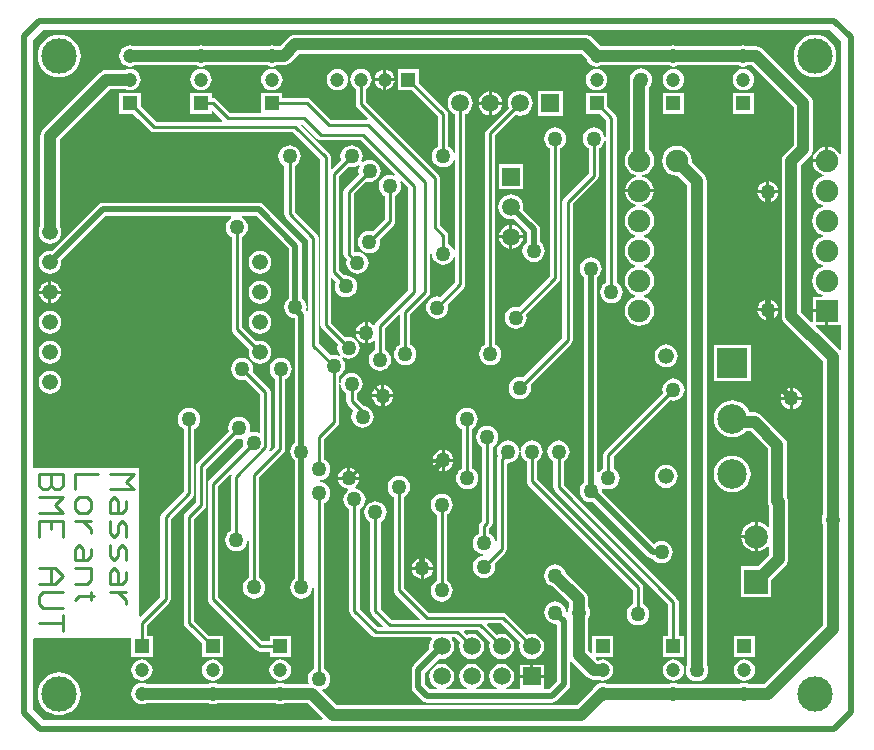
<source format=gbl>
G04*
G04 #@! TF.GenerationSoftware,Altium Limited,Altium Designer,20.0.13 (296)*
G04*
G04 Layer_Physical_Order=2*
G04 Layer_Color=16711680*
%FSLAX25Y25*%
%MOIN*%
G70*
G01*
G75*
%ADD14C,0.01000*%
%ADD19C,0.01968*%
%ADD32R,0.04724X0.04724*%
%ADD33C,0.04724*%
%ADD34C,0.05906*%
%ADD35R,0.05906X0.05906*%
%ADD36C,0.07500*%
%ADD37R,0.07500X0.07500*%
%ADD38R,0.04724X0.04724*%
%ADD39R,0.05906X0.05906*%
%ADD40C,0.05236*%
%ADD41C,0.07874*%
%ADD42R,0.07874X0.07874*%
%ADD43R,0.09843X0.09843*%
%ADD44C,0.09843*%
%ADD45C,0.11811*%
%ADD46C,0.05000*%
%ADD47C,0.03937*%
%ADD48C,0.02000*%
G36*
X469264Y426243D02*
Y388678D01*
X468764Y388579D01*
X468716Y388695D01*
X467955Y389687D01*
X466962Y390448D01*
X465807Y390927D01*
X465067Y391024D01*
Y386299D01*
X464567D01*
Y385799D01*
X459842D01*
X459939Y385059D01*
X460418Y383904D01*
X461179Y382911D01*
X462171Y382150D01*
X463327Y381672D01*
X463546Y381643D01*
Y381138D01*
X463280Y381103D01*
X462080Y380607D01*
X461050Y379816D01*
X460260Y378786D01*
X459763Y377587D01*
X459593Y376299D01*
X459763Y375012D01*
X460260Y373812D01*
X461050Y372782D01*
X462080Y371992D01*
X463110Y371565D01*
Y371033D01*
X462080Y370606D01*
X461050Y369816D01*
X460260Y368786D01*
X459763Y367586D01*
X459593Y366299D01*
X459763Y365012D01*
X460260Y363812D01*
X461050Y362782D01*
X462080Y361992D01*
X463110Y361565D01*
Y361033D01*
X462080Y360607D01*
X461050Y359816D01*
X460260Y358786D01*
X459763Y357587D01*
X459593Y356299D01*
X459763Y355012D01*
X460260Y353812D01*
X461050Y352782D01*
X462080Y351992D01*
X463110Y351565D01*
Y351033D01*
X462080Y350606D01*
X461050Y349816D01*
X460260Y348786D01*
X459763Y347586D01*
X459593Y346299D01*
X459763Y345012D01*
X460260Y343812D01*
X461050Y342782D01*
X462080Y341992D01*
X463149Y341549D01*
X463049Y341049D01*
X459817D01*
Y336799D01*
X464567D01*
Y336299D01*
X465067D01*
Y331549D01*
X469264D01*
Y323261D01*
X468896Y323137D01*
X468764Y323130D01*
X460807Y331087D01*
X460998Y331549D01*
X464067D01*
Y335799D01*
X459817D01*
Y332731D01*
X459355Y332539D01*
X455933Y335962D01*
Y385052D01*
X458939Y388059D01*
X459444Y388717D01*
X459761Y389483D01*
X459870Y390305D01*
Y405512D01*
X459761Y406334D01*
X459444Y407100D01*
X458939Y407758D01*
X456774Y409923D01*
X456774Y409924D01*
X443191Y423506D01*
X442533Y424011D01*
X441767Y424328D01*
X440945Y424437D01*
X438263D01*
X437598Y424712D01*
X436673Y424834D01*
X435748Y424712D01*
X435084Y424437D01*
X414976D01*
X414311Y424712D01*
X413386Y424834D01*
X412461Y424712D01*
X411796Y424437D01*
X389385D01*
X388917Y424630D01*
X386105Y427443D01*
X385447Y427948D01*
X384681Y428265D01*
X383858Y428374D01*
X287402D01*
X286579Y428265D01*
X285813Y427948D01*
X285155Y427443D01*
X282149Y424437D01*
X281117D01*
X280453Y424712D01*
X279528Y424834D01*
X278603Y424712D01*
X277938Y424437D01*
X257495D01*
X256831Y424712D01*
X255906Y424834D01*
X254980Y424712D01*
X254316Y424437D01*
X233873D01*
X233208Y424712D01*
X232283Y424834D01*
X231359Y424712D01*
X230497Y424355D01*
X229756Y423787D01*
X229188Y423047D01*
X228831Y422185D01*
X228710Y421260D01*
X228831Y420335D01*
X229188Y419473D01*
X229756Y418733D01*
X230497Y418165D01*
X231359Y417808D01*
X232283Y417686D01*
X233208Y417808D01*
X233873Y418083D01*
X254316D01*
X254980Y417808D01*
X255906Y417686D01*
X256831Y417808D01*
X257495Y418083D01*
X277938D01*
X278603Y417808D01*
X279528Y417686D01*
X280453Y417808D01*
X281117Y418083D01*
X283465D01*
X284287Y418191D01*
X285053Y418509D01*
X285711Y419014D01*
X288717Y422020D01*
X382542D01*
X384425Y420138D01*
X384700Y419473D01*
X385268Y418733D01*
X386008Y418165D01*
X386870Y417808D01*
X387795Y417686D01*
X388720Y417808D01*
X389385Y418083D01*
X411796D01*
X412461Y417808D01*
X413386Y417686D01*
X414311Y417808D01*
X414976Y418083D01*
X435084D01*
X435748Y417808D01*
X436673Y417686D01*
X437598Y417808D01*
X438263Y418083D01*
X439629D01*
X452281Y405431D01*
X452281Y405431D01*
X453516Y404196D01*
Y391621D01*
X450510Y388614D01*
X450005Y387957D01*
X449687Y387190D01*
X449579Y386368D01*
Y334646D01*
X449687Y333823D01*
X450005Y333057D01*
X450510Y332399D01*
X463359Y319550D01*
Y268639D01*
X463320Y268589D01*
X462949Y267693D01*
X462823Y266732D01*
X462949Y265771D01*
X463320Y264876D01*
X463359Y264826D01*
Y231631D01*
X443566Y211838D01*
X438597D01*
X437933Y212113D01*
X437008Y212235D01*
X436083Y212113D01*
X435418Y211838D01*
X414976D01*
X414311Y212113D01*
X413386Y212235D01*
X412461Y212113D01*
X411796Y211838D01*
X391353D01*
X390689Y212113D01*
X389764Y212235D01*
X388839Y212113D01*
X387977Y211756D01*
X387237Y211189D01*
X386669Y210448D01*
X386544Y210147D01*
X381148Y204752D01*
X301166D01*
X296384Y209534D01*
X296514Y210111D01*
X297132Y210367D01*
X297901Y210957D01*
X298491Y211726D01*
X298862Y212622D01*
X298989Y213583D01*
X298862Y214544D01*
X298491Y215439D01*
X297901Y216208D01*
X297132Y216798D01*
X296990Y216857D01*
Y272316D01*
X297132Y272375D01*
X297901Y272965D01*
X298491Y273734D01*
X298862Y274630D01*
X298989Y275590D01*
X298862Y276552D01*
X298491Y277447D01*
X297901Y278216D01*
X297132Y278806D01*
X296236Y279177D01*
X295488Y279275D01*
Y279780D01*
X296236Y279878D01*
X297132Y280249D01*
X297901Y280839D01*
X298491Y281608D01*
X298862Y282504D01*
X298989Y283465D01*
X298862Y284425D01*
X298491Y285321D01*
X297901Y286090D01*
X297132Y286680D01*
X296990Y286739D01*
Y293581D01*
X301409Y298001D01*
X301780Y298557D01*
X301911Y299213D01*
Y311813D01*
X302411Y311846D01*
X302432Y311689D01*
X302516Y311047D01*
X302887Y310151D01*
X303477Y309383D01*
X304246Y308792D01*
X304388Y308734D01*
Y306102D01*
X304519Y305446D01*
X304890Y304890D01*
X306728Y303052D01*
X306578Y302856D01*
X306207Y301961D01*
X306081Y301000D01*
X306207Y300039D01*
X306578Y299144D01*
X307168Y298375D01*
X307937Y297785D01*
X308832Y297414D01*
X309793Y297287D01*
X310754Y297414D01*
X311650Y297785D01*
X312419Y298375D01*
X313009Y299144D01*
X313380Y300039D01*
X313506Y301000D01*
X313380Y301961D01*
X313009Y302856D01*
X312419Y303625D01*
X311650Y304215D01*
X310754Y304586D01*
X309934Y304694D01*
X307817Y306812D01*
Y308734D01*
X307959Y308792D01*
X308728Y309383D01*
X309318Y310151D01*
X309689Y311047D01*
X309815Y312008D01*
X309689Y312969D01*
X309318Y313864D01*
X308728Y314633D01*
X307959Y315223D01*
X307063Y315594D01*
X306102Y315721D01*
X305141Y315594D01*
X304246Y315223D01*
X303477Y314633D01*
X302887Y313864D01*
X302516Y312969D01*
X302432Y312327D01*
X302411Y312170D01*
X301911Y312203D01*
Y314639D01*
X302053Y314698D01*
X302822Y315288D01*
X303412Y316057D01*
X303783Y316952D01*
X303910Y317913D01*
X303783Y318874D01*
X303412Y319770D01*
X302910Y320424D01*
X303262Y320785D01*
X304157Y320414D01*
X305118Y320287D01*
X306079Y320414D01*
X306975Y320785D01*
X307744Y321375D01*
X308333Y322144D01*
X308704Y323039D01*
X308831Y324000D01*
X308704Y324961D01*
X308333Y325856D01*
X307744Y326625D01*
X306975Y327215D01*
X306079Y327586D01*
X305118Y327713D01*
X304157Y327586D01*
X304015Y327527D01*
X299155Y332387D01*
Y347098D01*
X299617Y347289D01*
X300878Y346028D01*
X300638Y345449D01*
X300512Y344488D01*
X300638Y343527D01*
X301009Y342632D01*
X301599Y341863D01*
X302368Y341273D01*
X303263Y340902D01*
X304224Y340775D01*
X305185Y340902D01*
X306081Y341273D01*
X306850Y341863D01*
X307440Y342632D01*
X307811Y343527D01*
X307937Y344488D01*
X307811Y345449D01*
X307440Y346345D01*
X306850Y347114D01*
X306081Y347704D01*
X305185Y348075D01*
X304224Y348201D01*
X303631Y348123D01*
X301911Y349843D01*
Y381180D01*
X304999Y384268D01*
X305141Y384209D01*
X306102Y384082D01*
X307063Y384209D01*
X307959Y384580D01*
X308374Y384898D01*
X308785Y384583D01*
X308512Y383926D01*
X308386Y382965D01*
X308512Y382004D01*
X308571Y381861D01*
X303906Y377196D01*
X303535Y376640D01*
X303404Y375984D01*
Y355315D01*
X303535Y354659D01*
X303906Y354103D01*
X304543Y353466D01*
X304485Y353323D01*
X304358Y352362D01*
X304485Y351401D01*
X304855Y350506D01*
X305445Y349737D01*
X306214Y349147D01*
X307110Y348776D01*
X308071Y348649D01*
X309032Y348776D01*
X309927Y349147D01*
X310696Y349737D01*
X311286Y350506D01*
X311657Y351401D01*
X311784Y352362D01*
X311657Y353323D01*
X311286Y354219D01*
X310696Y354988D01*
X309927Y355578D01*
X309032Y355948D01*
X308071Y356075D01*
X307312Y355975D01*
X306898Y356274D01*
X306832Y356375D01*
Y375274D01*
X310995Y379437D01*
X311138Y379378D01*
X312099Y379252D01*
X313059Y379378D01*
X313955Y379749D01*
X314724Y380339D01*
X315314Y381108D01*
X315685Y382004D01*
X315811Y382965D01*
X315685Y383926D01*
X315314Y384821D01*
X314724Y385590D01*
X313955Y386180D01*
X313059Y386551D01*
X312099Y386678D01*
X311138Y386551D01*
X310242Y386180D01*
X309827Y385862D01*
X309416Y386177D01*
X309689Y386834D01*
X309815Y387795D01*
X309689Y388756D01*
X309318Y389652D01*
X308728Y390421D01*
X307959Y391011D01*
X307063Y391382D01*
X306102Y391508D01*
X305141Y391382D01*
X304246Y391011D01*
X303477Y390421D01*
X302887Y389652D01*
X302516Y388756D01*
X302390Y387795D01*
X302516Y386834D01*
X302575Y386692D01*
X299617Y383734D01*
X299155Y383925D01*
Y387598D01*
X299024Y388254D01*
X298653Y388810D01*
X289412Y398052D01*
X289576Y398594D01*
X289731Y398625D01*
X294637Y393719D01*
X295193Y393348D01*
X295849Y393217D01*
X309083D01*
X320476Y381825D01*
X320193Y381401D01*
X319859Y381539D01*
X318898Y381666D01*
X317937Y381539D01*
X317041Y381168D01*
X316272Y380578D01*
X315682Y379809D01*
X315311Y378914D01*
X315185Y377953D01*
X315311Y376992D01*
X315682Y376096D01*
X316272Y375327D01*
X317041Y374737D01*
X317184Y374678D01*
Y366852D01*
X313111Y362779D01*
X312968Y362838D01*
X312007Y362965D01*
X311046Y362838D01*
X310151Y362468D01*
X309382Y361877D01*
X308792Y361108D01*
X308421Y360213D01*
X308294Y359252D01*
X308421Y358291D01*
X308792Y357396D01*
X309382Y356627D01*
X310151Y356037D01*
X311046Y355666D01*
X312007Y355539D01*
X312968Y355666D01*
X313864Y356037D01*
X314633Y356627D01*
X315223Y357396D01*
X315594Y358291D01*
X315720Y359252D01*
X315594Y360213D01*
X315535Y360355D01*
X320110Y364930D01*
X320481Y365487D01*
X320612Y366142D01*
Y374678D01*
X320754Y374737D01*
X321523Y375327D01*
X322113Y376096D01*
X322484Y376992D01*
X322610Y377953D01*
X322484Y378914D01*
X322346Y379248D01*
X322770Y379531D01*
X325058Y377243D01*
Y343230D01*
X314298Y332470D01*
X313926Y331914D01*
X313902Y331789D01*
X313796Y331713D01*
X313355Y331605D01*
X312765Y332057D01*
X311914Y332410D01*
X311500Y332464D01*
Y329000D01*
Y325536D01*
X311914Y325590D01*
X312765Y325943D01*
X313296Y326350D01*
X313796Y326103D01*
Y323274D01*
X313653Y323215D01*
X312885Y322625D01*
X312295Y321856D01*
X311924Y320961D01*
X311797Y320000D01*
X311924Y319039D01*
X312295Y318144D01*
X312885Y317375D01*
X313653Y316785D01*
X314549Y316414D01*
X315510Y316287D01*
X316471Y316414D01*
X317366Y316785D01*
X318135Y317375D01*
X318725Y318144D01*
X319096Y319039D01*
X319223Y320000D01*
X319096Y320961D01*
X318725Y321856D01*
X318135Y322625D01*
X317366Y323215D01*
X317224Y323274D01*
Y330548D01*
X321824Y335148D01*
X322286Y334957D01*
Y325125D01*
X322144Y325066D01*
X321375Y324476D01*
X320785Y323707D01*
X320414Y322811D01*
X320287Y321850D01*
X320414Y320889D01*
X320785Y319994D01*
X321375Y319225D01*
X322144Y318635D01*
X323039Y318264D01*
X324000Y318138D01*
X324961Y318264D01*
X325856Y318635D01*
X326625Y319225D01*
X327215Y319994D01*
X327586Y320889D01*
X327713Y321850D01*
X327586Y322811D01*
X327215Y323707D01*
X326625Y324476D01*
X325856Y325066D01*
X325714Y325125D01*
Y335101D01*
X331921Y341308D01*
X332292Y341864D01*
X332423Y342520D01*
Y355210D01*
X332923Y355243D01*
X333028Y354445D01*
X333399Y353549D01*
X333989Y352780D01*
X334758Y352190D01*
X335653Y351819D01*
X336614Y351693D01*
X337575Y351819D01*
X338471Y352190D01*
X339240Y352780D01*
X339830Y353549D01*
X340148Y354318D01*
X340648Y354219D01*
Y345791D01*
X335776Y340918D01*
X335607Y340988D01*
X334646Y341114D01*
X333685Y340988D01*
X332789Y340617D01*
X332020Y340027D01*
X331430Y339258D01*
X331059Y338363D01*
X330933Y337402D01*
X331059Y336441D01*
X331430Y335545D01*
X332020Y334776D01*
X332789Y334186D01*
X333685Y333815D01*
X334646Y333689D01*
X335607Y333815D01*
X336502Y334186D01*
X337271Y334776D01*
X337861Y335545D01*
X338232Y336441D01*
X338358Y337402D01*
X338232Y338363D01*
X338184Y338478D01*
X343574Y343869D01*
X343946Y344425D01*
X344076Y345081D01*
Y401747D01*
X344447Y401901D01*
X345310Y402563D01*
X345973Y403427D01*
X346390Y404433D01*
X346532Y405512D01*
X346390Y406591D01*
X345973Y407597D01*
X345310Y408460D01*
X344447Y409123D01*
X343441Y409539D01*
X342362Y409681D01*
X341283Y409539D01*
X340277Y409123D01*
X339414Y408460D01*
X338751Y407597D01*
X338335Y406591D01*
X338193Y405512D01*
X338335Y404433D01*
X338751Y403427D01*
X339414Y402563D01*
X340277Y401901D01*
X340648Y401747D01*
Y388982D01*
X340148Y388883D01*
X339830Y389652D01*
X339240Y390421D01*
X338471Y391011D01*
X338328Y391070D01*
Y401772D01*
X338198Y402428D01*
X337826Y402984D01*
X328543Y412266D01*
Y416929D01*
X321457D01*
Y409842D01*
X326119D01*
X334900Y401062D01*
Y391070D01*
X334758Y391011D01*
X333989Y390421D01*
X333399Y389652D01*
X333028Y388756D01*
X332901Y387795D01*
X333028Y386834D01*
X333399Y385939D01*
X333989Y385170D01*
X334758Y384580D01*
X335653Y384209D01*
X336614Y384082D01*
X337575Y384209D01*
X338471Y384580D01*
X339240Y385170D01*
X339830Y385939D01*
X340148Y386708D01*
X340648Y386609D01*
Y356592D01*
X340148Y356493D01*
X339830Y357262D01*
X339240Y358031D01*
X338471Y358621D01*
X338328Y358680D01*
Y361326D01*
X338198Y361982D01*
X337826Y362538D01*
X335533Y364831D01*
Y380591D01*
X335402Y381246D01*
X335031Y381803D01*
X310966Y405867D01*
Y410261D01*
X311039Y410291D01*
X311779Y410859D01*
X312347Y411599D01*
X312704Y412461D01*
X312826Y413386D01*
X312704Y414311D01*
X312347Y415173D01*
X311779Y415913D01*
X311039Y416481D01*
X310177Y416838D01*
X309252Y416960D01*
X308327Y416838D01*
X307465Y416481D01*
X306725Y415913D01*
X306157Y415173D01*
X305800Y414311D01*
X305678Y413386D01*
X305800Y412461D01*
X306157Y411599D01*
X306725Y410859D01*
X307465Y410291D01*
X307538Y410261D01*
Y405158D01*
X307668Y404501D01*
X308040Y403945D01*
X311508Y400478D01*
X311301Y399978D01*
X299297D01*
X292551Y406724D01*
X291995Y407095D01*
X291339Y407226D01*
X283071D01*
Y409055D01*
X275984D01*
Y402305D01*
X265474D01*
X261054Y406724D01*
X260498Y407095D01*
X259842Y407226D01*
X259449D01*
Y409055D01*
X252362D01*
Y401968D01*
X259449D01*
Y402828D01*
X259911Y403020D01*
X263078Y399852D01*
X262871Y399352D01*
X240867D01*
X237433Y402787D01*
X237432Y402787D01*
X235827Y404392D01*
Y409055D01*
X228740D01*
Y401968D01*
X233403D01*
X235009Y400363D01*
X235009Y400363D01*
X238946Y396426D01*
X239502Y396054D01*
X240158Y395924D01*
X286692D01*
X295727Y386889D01*
Y331677D01*
X295857Y331021D01*
X296229Y330465D01*
X301591Y325103D01*
X301532Y324961D01*
X301405Y324000D01*
X301532Y323039D01*
X301903Y322144D01*
X302404Y321490D01*
X302053Y321129D01*
X301158Y321500D01*
X300197Y321626D01*
X299236Y321500D01*
X299094Y321441D01*
X295112Y325423D01*
Y360539D01*
X294981Y361195D01*
X294610Y361751D01*
X287147Y369214D01*
Y384521D01*
X287290Y384580D01*
X288058Y385170D01*
X288649Y385939D01*
X289019Y386834D01*
X289146Y387795D01*
X289019Y388756D01*
X288649Y389652D01*
X288058Y390421D01*
X287290Y391011D01*
X286394Y391382D01*
X285433Y391508D01*
X284472Y391382D01*
X283577Y391011D01*
X282808Y390421D01*
X282218Y389652D01*
X281847Y388756D01*
X281720Y387795D01*
X281847Y386834D01*
X282218Y385939D01*
X282808Y385170D01*
X283577Y384580D01*
X283719Y384521D01*
Y368504D01*
X283850Y367848D01*
X284221Y367292D01*
X291684Y359829D01*
Y336290D01*
X291397Y336149D01*
X291220Y336140D01*
X290947Y336538D01*
X290988Y336637D01*
X291114Y337598D01*
X290988Y338559D01*
X290617Y339455D01*
X290027Y340224D01*
X289625Y340532D01*
Y358071D01*
X289625Y358071D01*
X289456Y358922D01*
X288974Y359643D01*
X276966Y371651D01*
X276245Y372133D01*
X275394Y372303D01*
X275394Y372303D01*
X223150D01*
X223150Y372303D01*
X222299Y372133D01*
X221577Y371651D01*
X221577Y371651D01*
X206198Y356272D01*
X205591Y356352D01*
X204599Y356221D01*
X203675Y355838D01*
X202881Y355229D01*
X202272Y354436D01*
X201889Y353512D01*
X201759Y352520D01*
X201889Y351528D01*
X202272Y350604D01*
X202881Y349810D01*
X203675Y349201D01*
X204599Y348818D01*
X205591Y348688D01*
X206582Y348818D01*
X207506Y349201D01*
X208300Y349810D01*
X208909Y350604D01*
X209292Y351528D01*
X209422Y352520D01*
X209343Y353127D01*
X224071Y367855D01*
X265980D01*
X266080Y367355D01*
X266009Y367326D01*
X265240Y366736D01*
X264650Y365967D01*
X264279Y365071D01*
X264153Y364110D01*
X264279Y363149D01*
X264650Y362254D01*
X265240Y361485D01*
X266009Y360895D01*
X266151Y360836D01*
Y330245D01*
X266282Y329589D01*
X266653Y329033D01*
X271973Y323713D01*
X271889Y323512D01*
X271759Y322520D01*
X271889Y321528D01*
X272272Y320604D01*
X272881Y319810D01*
X273675Y319201D01*
X274599Y318818D01*
X275590Y318688D01*
X276582Y318818D01*
X277506Y319201D01*
X278300Y319810D01*
X278909Y320604D01*
X279292Y321528D01*
X279422Y322520D01*
X279292Y323512D01*
X278909Y324436D01*
X278300Y325229D01*
X277506Y325838D01*
X276582Y326221D01*
X275590Y326352D01*
X274599Y326221D01*
X274397Y326137D01*
X269580Y330955D01*
Y360836D01*
X269722Y360895D01*
X270491Y361485D01*
X271081Y362254D01*
X271452Y363149D01*
X271578Y364110D01*
X271452Y365071D01*
X271081Y365967D01*
X270491Y366736D01*
X269722Y367326D01*
X269651Y367355D01*
X269751Y367855D01*
X274473D01*
X285178Y357150D01*
Y340532D01*
X284776Y340224D01*
X284186Y339455D01*
X283815Y338559D01*
X283689Y337598D01*
X283815Y336637D01*
X284186Y335742D01*
X284776Y334973D01*
X285545Y334383D01*
X286441Y334012D01*
X287146Y333919D01*
Y292304D01*
X286745Y291996D01*
X286155Y291227D01*
X285784Y290331D01*
X285657Y289370D01*
X285784Y288409D01*
X286155Y287514D01*
X286745Y286745D01*
X287146Y286437D01*
Y247028D01*
X286745Y246720D01*
X286155Y245951D01*
X285784Y245056D01*
X285657Y244094D01*
X285784Y243133D01*
X286155Y242238D01*
X286745Y241469D01*
X287514Y240879D01*
X288409Y240508D01*
X289370Y240382D01*
X290331Y240508D01*
X291227Y240879D01*
X291996Y241469D01*
X292585Y242238D01*
X292956Y243133D01*
X293062Y243932D01*
X293562Y243899D01*
Y216857D01*
X293419Y216798D01*
X292650Y216208D01*
X292060Y215439D01*
X291689Y214544D01*
X291563Y213583D01*
X291689Y212622D01*
X291842Y212254D01*
X291564Y211838D01*
X283920D01*
X283256Y212113D01*
X282331Y212235D01*
X281406Y212113D01*
X280741Y211838D01*
X261432D01*
X260768Y212113D01*
X259842Y212235D01*
X258917Y212113D01*
X258253Y211838D01*
X237810D01*
X237145Y212113D01*
X236221Y212235D01*
X235296Y212113D01*
X234434Y211756D01*
X233693Y211189D01*
X233125Y210448D01*
X232768Y209586D01*
X232647Y208661D01*
X232768Y207736D01*
X233125Y206874D01*
X233693Y206134D01*
X234434Y205566D01*
X235296Y205209D01*
X236221Y205088D01*
X237145Y205209D01*
X237810Y205485D01*
X258253D01*
X258917Y205209D01*
X259842Y205088D01*
X260768Y205209D01*
X261432Y205485D01*
X280741D01*
X281406Y205209D01*
X282331Y205088D01*
X283256Y205209D01*
X283920Y205485D01*
X291448D01*
X296444Y200489D01*
X296252Y200027D01*
X203466D01*
X200027Y203466D01*
Y226789D01*
X200213Y227213D01*
X200527Y227213D01*
X232677D01*
Y220866D01*
X239764D01*
Y227953D01*
X237934D01*
Y231574D01*
X245306Y238946D01*
X245678Y239502D01*
X245809Y240158D01*
Y267007D01*
X253181Y274378D01*
X253552Y274935D01*
X253682Y275590D01*
Y296922D01*
X253825Y296981D01*
X254594Y297571D01*
X255184Y298340D01*
X255555Y299236D01*
X255681Y300197D01*
X255555Y301158D01*
X255184Y302053D01*
X254594Y302822D01*
X253825Y303412D01*
X252929Y303783D01*
X251969Y303910D01*
X251008Y303783D01*
X250112Y303412D01*
X249343Y302822D01*
X248753Y302053D01*
X248382Y301158D01*
X248256Y300197D01*
X248382Y299236D01*
X248753Y298340D01*
X249343Y297571D01*
X250112Y296981D01*
X250255Y296922D01*
Y276301D01*
X242882Y268929D01*
X242511Y268373D01*
X242380Y267717D01*
Y240867D01*
X235812Y234299D01*
X235350Y234491D01*
Y283787D01*
X200527D01*
X200213Y283787D01*
X200027Y284211D01*
Y426535D01*
X203387Y429894D01*
X465613D01*
X469264Y426243D01*
D02*
G37*
%LPC*%
G36*
X460630Y428381D02*
X459241Y428244D01*
X457905Y427839D01*
X456674Y427181D01*
X455595Y426295D01*
X454709Y425216D01*
X454051Y423985D01*
X453646Y422649D01*
X453509Y421260D01*
X453646Y419871D01*
X454051Y418535D01*
X454709Y417304D01*
X455595Y416225D01*
X456674Y415339D01*
X457905Y414681D01*
X459241Y414276D01*
X460630Y414139D01*
X462019Y414276D01*
X463355Y414681D01*
X464586Y415339D01*
X465665Y416225D01*
X466551Y417304D01*
X467209Y418535D01*
X467614Y419871D01*
X467751Y421260D01*
X467614Y422649D01*
X467209Y423985D01*
X466551Y425216D01*
X465665Y426295D01*
X464586Y427181D01*
X463355Y427839D01*
X462019Y428244D01*
X460630Y428381D01*
D02*
G37*
G36*
X208661D02*
X207272Y428244D01*
X205936Y427839D01*
X204705Y427181D01*
X203626Y426295D01*
X202741Y425216D01*
X202083Y423985D01*
X201677Y422649D01*
X201540Y421260D01*
X201677Y419871D01*
X202083Y418535D01*
X202741Y417304D01*
X203626Y416225D01*
X204705Y415339D01*
X205936Y414681D01*
X207272Y414276D01*
X208661Y414139D01*
X210051Y414276D01*
X211386Y414681D01*
X212618Y415339D01*
X213697Y416225D01*
X214582Y417304D01*
X215240Y418535D01*
X215646Y419871D01*
X215782Y421260D01*
X215646Y422649D01*
X215240Y423985D01*
X214582Y425216D01*
X213697Y426295D01*
X212618Y427181D01*
X211386Y427839D01*
X210051Y428244D01*
X208661Y428381D01*
D02*
G37*
G36*
X317626Y416711D02*
Y413886D01*
X320451D01*
X320402Y414263D01*
X320063Y415081D01*
X319524Y415784D01*
X318822Y416323D01*
X318004Y416662D01*
X317626Y416711D01*
D02*
G37*
G36*
X316626D02*
X316248Y416662D01*
X315430Y416323D01*
X314728Y415784D01*
X314189Y415081D01*
X313850Y414263D01*
X313801Y413886D01*
X316626D01*
Y416711D01*
D02*
G37*
G36*
X320451Y412886D02*
X317626D01*
Y410060D01*
X318004Y410110D01*
X318822Y410449D01*
X319524Y410988D01*
X320063Y411690D01*
X320402Y412508D01*
X320451Y412886D01*
D02*
G37*
G36*
X316626D02*
X313801D01*
X313850Y412508D01*
X314189Y411690D01*
X314728Y410988D01*
X315430Y410449D01*
X316248Y410110D01*
X316626Y410060D01*
Y412886D01*
D02*
G37*
G36*
X436673Y416960D02*
X435748Y416838D01*
X434886Y416481D01*
X434146Y415913D01*
X433578Y415173D01*
X433221Y414311D01*
X433099Y413386D01*
X433221Y412461D01*
X433578Y411599D01*
X434146Y410859D01*
X434886Y410291D01*
X435748Y409934D01*
X436673Y409812D01*
X437598Y409934D01*
X438460Y410291D01*
X439200Y410859D01*
X439768Y411599D01*
X440125Y412461D01*
X440247Y413386D01*
X440125Y414311D01*
X439768Y415173D01*
X439200Y415913D01*
X438460Y416481D01*
X437598Y416838D01*
X436673Y416960D01*
D02*
G37*
G36*
X413386D02*
X412461Y416838D01*
X411599Y416481D01*
X410859Y415913D01*
X410291Y415173D01*
X409934Y414311D01*
X409812Y413386D01*
X409934Y412461D01*
X410291Y411599D01*
X410859Y410859D01*
X411599Y410291D01*
X412461Y409934D01*
X413386Y409812D01*
X414311Y409934D01*
X415173Y410291D01*
X415913Y410859D01*
X416481Y411599D01*
X416838Y412461D01*
X416960Y413386D01*
X416838Y414311D01*
X416481Y415173D01*
X415913Y415913D01*
X415173Y416481D01*
X414311Y416838D01*
X413386Y416960D01*
D02*
G37*
G36*
X387795D02*
X386870Y416838D01*
X386008Y416481D01*
X385268Y415913D01*
X384700Y415173D01*
X384343Y414311D01*
X384221Y413386D01*
X384343Y412461D01*
X384700Y411599D01*
X385268Y410859D01*
X386008Y410291D01*
X386870Y409934D01*
X387795Y409812D01*
X388720Y409934D01*
X389582Y410291D01*
X390322Y410859D01*
X390890Y411599D01*
X391247Y412461D01*
X391369Y413386D01*
X391247Y414311D01*
X390890Y415173D01*
X390322Y415913D01*
X389582Y416481D01*
X388720Y416838D01*
X387795Y416960D01*
D02*
G37*
G36*
X301378D02*
X300453Y416838D01*
X299591Y416481D01*
X298851Y415913D01*
X298283Y415173D01*
X297926Y414311D01*
X297804Y413386D01*
X297926Y412461D01*
X298283Y411599D01*
X298851Y410859D01*
X299591Y410291D01*
X300453Y409934D01*
X301378Y409812D01*
X302303Y409934D01*
X303165Y410291D01*
X303905Y410859D01*
X304473Y411599D01*
X304830Y412461D01*
X304952Y413386D01*
X304830Y414311D01*
X304473Y415173D01*
X303905Y415913D01*
X303165Y416481D01*
X302303Y416838D01*
X301378Y416960D01*
D02*
G37*
G36*
X279528D02*
X278603Y416838D01*
X277741Y416481D01*
X277000Y415913D01*
X276432Y415173D01*
X276076Y414311D01*
X275954Y413386D01*
X276076Y412461D01*
X276432Y411599D01*
X277000Y410859D01*
X277741Y410291D01*
X278603Y409934D01*
X279528Y409812D01*
X280453Y409934D01*
X281314Y410291D01*
X282055Y410859D01*
X282623Y411599D01*
X282980Y412461D01*
X283101Y413386D01*
X282980Y414311D01*
X282623Y415173D01*
X282055Y415913D01*
X281314Y416481D01*
X280453Y416838D01*
X279528Y416960D01*
D02*
G37*
G36*
X255906D02*
X254980Y416838D01*
X254119Y416481D01*
X253378Y415913D01*
X252810Y415173D01*
X252453Y414311D01*
X252332Y413386D01*
X252453Y412461D01*
X252810Y411599D01*
X253378Y410859D01*
X254119Y410291D01*
X254980Y409934D01*
X255906Y409812D01*
X256831Y409934D01*
X257692Y410291D01*
X258433Y410859D01*
X259001Y411599D01*
X259358Y412461D01*
X259479Y413386D01*
X259358Y414311D01*
X259001Y415173D01*
X258433Y415913D01*
X257692Y416481D01*
X256831Y416838D01*
X255906Y416960D01*
D02*
G37*
G36*
X232283D02*
X231359Y416838D01*
X230694Y416563D01*
X224410D01*
X223587Y416454D01*
X222821Y416137D01*
X222163Y415632D01*
X203344Y396813D01*
X202839Y396155D01*
X202522Y395389D01*
X202414Y394567D01*
Y364620D01*
X202272Y364436D01*
X201889Y363511D01*
X201759Y362520D01*
X201889Y361528D01*
X202272Y360604D01*
X202881Y359810D01*
X203675Y359201D01*
X204599Y358818D01*
X205591Y358688D01*
X206582Y358818D01*
X207506Y359201D01*
X208300Y359810D01*
X208909Y360604D01*
X209292Y361528D01*
X209422Y362520D01*
X209292Y363511D01*
X208909Y364436D01*
X208767Y364620D01*
Y393251D01*
X225725Y410209D01*
X230694D01*
X231359Y409934D01*
X232283Y409812D01*
X233208Y409934D01*
X234070Y410291D01*
X234811Y410859D01*
X235379Y411599D01*
X235736Y412461D01*
X235857Y413386D01*
X235736Y414311D01*
X235379Y415173D01*
X234811Y415913D01*
X234070Y416481D01*
X233208Y416838D01*
X232283Y416960D01*
D02*
G37*
G36*
X352862Y409433D02*
Y406012D01*
X356283D01*
X356213Y406544D01*
X355815Y407505D01*
X355181Y408331D01*
X354356Y408964D01*
X353394Y409363D01*
X352862Y409433D01*
D02*
G37*
G36*
X351862D02*
X351330Y409363D01*
X350369Y408964D01*
X349543Y408331D01*
X348909Y407505D01*
X348511Y406544D01*
X348441Y406012D01*
X351862D01*
Y409433D01*
D02*
G37*
G36*
X440216Y409055D02*
X433130D01*
Y401968D01*
X440216D01*
Y409055D01*
D02*
G37*
G36*
X416929D02*
X409842D01*
Y401968D01*
X416929D01*
Y409055D01*
D02*
G37*
G36*
X356283Y405012D02*
X352862D01*
Y401591D01*
X353394Y401661D01*
X354356Y402059D01*
X355181Y402693D01*
X355815Y403518D01*
X356213Y404480D01*
X356283Y405012D01*
D02*
G37*
G36*
X351862D02*
X348441D01*
X348511Y404480D01*
X348909Y403518D01*
X349543Y402693D01*
X350369Y402059D01*
X351330Y401661D01*
X351862Y401591D01*
Y405012D01*
D02*
G37*
G36*
X376496Y409646D02*
X368228D01*
Y401378D01*
X376496D01*
Y409646D01*
D02*
G37*
G36*
X362362Y409681D02*
X361283Y409539D01*
X360277Y409123D01*
X359414Y408460D01*
X358751Y407597D01*
X358335Y406591D01*
X358193Y405512D01*
X358335Y404433D01*
X358488Y404062D01*
X351150Y396724D01*
X350779Y396168D01*
X350648Y395512D01*
Y325125D01*
X350506Y325066D01*
X349737Y324476D01*
X349147Y323707D01*
X348776Y322811D01*
X348649Y321850D01*
X348776Y320889D01*
X349147Y319994D01*
X349737Y319225D01*
X350506Y318635D01*
X351401Y318264D01*
X352362Y318138D01*
X353323Y318264D01*
X354219Y318635D01*
X354988Y319225D01*
X355578Y319994D01*
X355948Y320889D01*
X356075Y321850D01*
X355948Y322811D01*
X355578Y323707D01*
X354988Y324476D01*
X354219Y325066D01*
X354076Y325125D01*
Y394802D01*
X360912Y401638D01*
X361283Y401484D01*
X362362Y401342D01*
X363441Y401484D01*
X364447Y401901D01*
X365311Y402563D01*
X365973Y403427D01*
X366390Y404433D01*
X366532Y405512D01*
X366390Y406591D01*
X365973Y407597D01*
X365311Y408460D01*
X364447Y409123D01*
X363441Y409539D01*
X362362Y409681D01*
D02*
G37*
G36*
X391339Y409055D02*
X384252D01*
Y401968D01*
X388915D01*
X391002Y399881D01*
Y393896D01*
X390503Y393863D01*
X390482Y394019D01*
X390397Y394662D01*
X390026Y395557D01*
X389436Y396326D01*
X388667Y396916D01*
X387772Y397287D01*
X386811Y397414D01*
X385850Y397287D01*
X384955Y396916D01*
X384186Y396326D01*
X383596Y395557D01*
X383225Y394662D01*
X383098Y393701D01*
X383225Y392740D01*
X383596Y391844D01*
X384186Y391075D01*
X384955Y390485D01*
X385097Y390426D01*
Y382108D01*
X376898Y373909D01*
X376527Y373353D01*
X376396Y372697D01*
Y327147D01*
X363308Y314059D01*
X363166Y314118D01*
X362205Y314244D01*
X361244Y314118D01*
X360348Y313747D01*
X359579Y313157D01*
X358989Y312388D01*
X358618Y311492D01*
X358492Y310531D01*
X358618Y309571D01*
X358989Y308675D01*
X359579Y307906D01*
X360348Y307316D01*
X361244Y306945D01*
X362205Y306819D01*
X363166Y306945D01*
X364061Y307316D01*
X364830Y307906D01*
X365420Y308675D01*
X365791Y309571D01*
X365918Y310531D01*
X365791Y311492D01*
X365732Y311635D01*
X379322Y325225D01*
X379694Y325781D01*
X379824Y326437D01*
Y371987D01*
X388023Y380186D01*
X388395Y380742D01*
X388525Y381398D01*
Y390426D01*
X388667Y390485D01*
X389436Y391075D01*
X390026Y391844D01*
X390397Y392740D01*
X390482Y393382D01*
X390503Y393538D01*
X391002Y393506D01*
Y345794D01*
X390860Y345735D01*
X390091Y345145D01*
X389501Y344376D01*
X389130Y343481D01*
X389004Y342520D01*
X389130Y341559D01*
X389501Y340663D01*
X390091Y339894D01*
X390860Y339304D01*
X391756Y338933D01*
X392717Y338807D01*
X393677Y338933D01*
X394573Y339304D01*
X395342Y339894D01*
X395932Y340663D01*
X396303Y341559D01*
X396429Y342520D01*
X396303Y343481D01*
X395932Y344376D01*
X395342Y345145D01*
X394573Y345735D01*
X394431Y345794D01*
Y400591D01*
X394300Y401247D01*
X393929Y401803D01*
X391339Y404392D01*
Y409055D01*
D02*
G37*
G36*
X464067Y391024D02*
X463327Y390927D01*
X462171Y390448D01*
X461179Y389687D01*
X460418Y388695D01*
X459939Y387539D01*
X459842Y386799D01*
X464067D01*
Y391024D01*
D02*
G37*
G36*
X363386Y385098D02*
X355118D01*
Y376831D01*
X363386D01*
Y385098D01*
D02*
G37*
G36*
X402559Y417099D02*
X401598Y416972D01*
X400703Y416601D01*
X399934Y416011D01*
X399344Y415242D01*
X398973Y414347D01*
X398846Y413386D01*
X398901Y412973D01*
X398890Y412894D01*
Y390077D01*
X398550Y389816D01*
X397760Y388786D01*
X397263Y387586D01*
X397093Y386299D01*
X397263Y385012D01*
X397760Y383812D01*
X398550Y382782D01*
X399580Y381992D01*
X400780Y381495D01*
X401046Y381460D01*
Y380956D01*
X400827Y380927D01*
X399671Y380448D01*
X398679Y379687D01*
X397918Y378695D01*
X397439Y377539D01*
X397342Y376799D01*
X402067D01*
X406792D01*
X406695Y377539D01*
X406216Y378695D01*
X405455Y379687D01*
X404462Y380448D01*
X403307Y380927D01*
X403088Y380956D01*
Y381460D01*
X403354Y381495D01*
X404554Y381992D01*
X405584Y382782D01*
X406374Y383812D01*
X406871Y385012D01*
X407041Y386299D01*
X406871Y387586D01*
X406374Y388786D01*
X405584Y389816D01*
X405244Y390077D01*
Y410838D01*
X405774Y411529D01*
X406145Y412425D01*
X406272Y413386D01*
X406145Y414347D01*
X405774Y415242D01*
X405185Y416011D01*
X404416Y416601D01*
X403520Y416972D01*
X402559Y417099D01*
D02*
G37*
G36*
X445382Y379449D02*
Y376484D01*
X448346D01*
X448292Y376898D01*
X447939Y377749D01*
X447378Y378481D01*
X446647Y379042D01*
X445796Y379394D01*
X445382Y379449D01*
D02*
G37*
G36*
X444382D02*
X443968Y379394D01*
X443117Y379042D01*
X442386Y378481D01*
X441825Y377749D01*
X441472Y376898D01*
X441418Y376484D01*
X444382D01*
Y379449D01*
D02*
G37*
G36*
X448346Y375484D02*
X445382D01*
Y372520D01*
X445796Y372574D01*
X446647Y372927D01*
X447378Y373488D01*
X447939Y374219D01*
X448292Y375071D01*
X448346Y375484D01*
D02*
G37*
G36*
X444382D02*
X441418D01*
X441472Y375071D01*
X441825Y374219D01*
X442386Y373488D01*
X443117Y372927D01*
X443968Y372574D01*
X444382Y372520D01*
Y375484D01*
D02*
G37*
G36*
X359752Y364886D02*
Y361465D01*
X363173D01*
X363103Y361997D01*
X362705Y362958D01*
X362071Y363784D01*
X361245Y364417D01*
X360284Y364816D01*
X359752Y364886D01*
D02*
G37*
G36*
X358752Y364886D02*
X358220Y364816D01*
X357259Y364417D01*
X356433Y363784D01*
X355799Y362958D01*
X355401Y361997D01*
X355331Y361465D01*
X358752D01*
Y364886D01*
D02*
G37*
G36*
X363173Y360465D02*
X359752D01*
Y357044D01*
X360284Y357114D01*
X361245Y357512D01*
X362071Y358145D01*
X362705Y358971D01*
X363103Y359933D01*
X363173Y360465D01*
D02*
G37*
G36*
X358752D02*
X355331D01*
X355401Y359933D01*
X355799Y358971D01*
X356433Y358145D01*
X357259Y357512D01*
X358220Y357114D01*
X358752Y357044D01*
Y360465D01*
D02*
G37*
G36*
X359252Y375134D02*
X358173Y374992D01*
X357167Y374575D01*
X356304Y373913D01*
X355641Y373049D01*
X355224Y372044D01*
X355082Y370965D01*
X355224Y369885D01*
X355641Y368880D01*
X356304Y368016D01*
X357167Y367354D01*
X358173Y366937D01*
X359252Y366795D01*
X360157Y366914D01*
X364580Y362492D01*
Y359233D01*
X364178Y358925D01*
X363588Y358156D01*
X363217Y357260D01*
X363091Y356299D01*
X363217Y355338D01*
X363588Y354443D01*
X364178Y353674D01*
X364947Y353084D01*
X365843Y352713D01*
X366803Y352586D01*
X367764Y352713D01*
X368660Y353084D01*
X369429Y353674D01*
X370019Y354443D01*
X370390Y355338D01*
X370516Y356299D01*
X370390Y357260D01*
X370019Y358156D01*
X369429Y358925D01*
X369027Y359233D01*
Y363413D01*
X369027Y363413D01*
X368858Y364264D01*
X368376Y364986D01*
X368376Y364986D01*
X363302Y370059D01*
X363422Y370965D01*
X363279Y372044D01*
X362863Y373049D01*
X362200Y373913D01*
X361337Y374575D01*
X360331Y374992D01*
X359252Y375134D01*
D02*
G37*
G36*
X275590Y356352D02*
X274599Y356221D01*
X273675Y355838D01*
X272881Y355229D01*
X272272Y354436D01*
X271889Y353512D01*
X271759Y352520D01*
X271889Y351528D01*
X272272Y350604D01*
X272881Y349810D01*
X273675Y349201D01*
X274599Y348818D01*
X275590Y348688D01*
X276582Y348818D01*
X277506Y349201D01*
X278300Y349810D01*
X278909Y350604D01*
X279292Y351528D01*
X279422Y352520D01*
X279292Y353512D01*
X278909Y354436D01*
X278300Y355229D01*
X277506Y355838D01*
X276582Y356221D01*
X275590Y356352D01*
D02*
G37*
G36*
X206091Y346103D02*
Y343020D01*
X209174D01*
X209116Y343464D01*
X208751Y344344D01*
X208171Y345100D01*
X207415Y345680D01*
X206535Y346045D01*
X206091Y346103D01*
D02*
G37*
G36*
X205091Y346103D02*
X204646Y346045D01*
X203766Y345680D01*
X203010Y345100D01*
X202430Y344344D01*
X202066Y343464D01*
X202007Y343020D01*
X205091D01*
Y346103D01*
D02*
G37*
G36*
X209174Y342020D02*
X206091D01*
Y338936D01*
X206535Y338995D01*
X207415Y339359D01*
X208171Y339939D01*
X208751Y340695D01*
X209116Y341575D01*
X209174Y342020D01*
D02*
G37*
G36*
X205091D02*
X202007D01*
X202066Y341575D01*
X202430Y340695D01*
X203010Y339939D01*
X203766Y339359D01*
X204646Y338995D01*
X205091Y338936D01*
Y342020D01*
D02*
G37*
G36*
X275590Y346352D02*
X274599Y346221D01*
X273675Y345838D01*
X272881Y345229D01*
X272272Y344436D01*
X271889Y343512D01*
X271759Y342520D01*
X271889Y341528D01*
X272272Y340604D01*
X272881Y339810D01*
X273675Y339201D01*
X274599Y338818D01*
X275590Y338688D01*
X276582Y338818D01*
X277506Y339201D01*
X278300Y339810D01*
X278909Y340604D01*
X279292Y341528D01*
X279422Y342520D01*
X279292Y343512D01*
X278909Y344436D01*
X278300Y345229D01*
X277506Y345838D01*
X276582Y346221D01*
X275590Y346352D01*
D02*
G37*
G36*
X374016Y397414D02*
X373055Y397287D01*
X372159Y396916D01*
X371390Y396326D01*
X370800Y395557D01*
X370429Y394662D01*
X370303Y393701D01*
X370429Y392740D01*
X370800Y391844D01*
X371390Y391075D01*
X372159Y390485D01*
X372302Y390426D01*
Y347903D01*
X361922Y337523D01*
X361780Y337582D01*
X360819Y337709D01*
X359858Y337582D01*
X358962Y337211D01*
X358193Y336621D01*
X357603Y335853D01*
X357232Y334957D01*
X357106Y333996D01*
X357232Y333035D01*
X357603Y332140D01*
X358193Y331371D01*
X358962Y330781D01*
X359858Y330410D01*
X360819Y330283D01*
X361780Y330410D01*
X362675Y330781D01*
X363444Y331371D01*
X364034Y332140D01*
X364405Y333035D01*
X364532Y333996D01*
X364405Y334957D01*
X364346Y335099D01*
X375228Y345981D01*
X375599Y346537D01*
X375730Y347193D01*
Y390426D01*
X375872Y390485D01*
X376641Y391075D01*
X377231Y391844D01*
X377602Y392740D01*
X377729Y393701D01*
X377602Y394662D01*
X377231Y395557D01*
X376641Y396326D01*
X375872Y396916D01*
X374977Y397287D01*
X374016Y397414D01*
D02*
G37*
G36*
X445382Y340078D02*
Y337114D01*
X448346D01*
X448292Y337528D01*
X447939Y338379D01*
X447378Y339110D01*
X446647Y339671D01*
X445796Y340024D01*
X445382Y340078D01*
D02*
G37*
G36*
X444382D02*
X443968Y340024D01*
X443117Y339671D01*
X442386Y339110D01*
X441825Y338379D01*
X441472Y337528D01*
X441418Y337114D01*
X444382D01*
Y340078D01*
D02*
G37*
G36*
X448346Y336114D02*
X445382D01*
Y333150D01*
X445796Y333204D01*
X446647Y333557D01*
X447378Y334118D01*
X447939Y334849D01*
X448292Y335700D01*
X448346Y336114D01*
D02*
G37*
G36*
X444382D02*
X441418D01*
X441472Y335700D01*
X441825Y334849D01*
X442386Y334118D01*
X443117Y333557D01*
X443968Y333204D01*
X444382Y333150D01*
Y336114D01*
D02*
G37*
G36*
X406792Y375799D02*
X402067D01*
X397342D01*
X397439Y375059D01*
X397918Y373904D01*
X398679Y372912D01*
X399671Y372150D01*
X400827Y371672D01*
X401046Y371643D01*
Y371138D01*
X400780Y371103D01*
X399580Y370606D01*
X398550Y369816D01*
X397760Y368786D01*
X397263Y367586D01*
X397093Y366299D01*
X397263Y365012D01*
X397760Y363812D01*
X398550Y362782D01*
X399580Y361992D01*
X400610Y361565D01*
Y361033D01*
X399580Y360607D01*
X398550Y359816D01*
X397760Y358786D01*
X397263Y357587D01*
X397093Y356299D01*
X397263Y355012D01*
X397760Y353812D01*
X398550Y352782D01*
X399580Y351992D01*
X400610Y351565D01*
Y351033D01*
X399580Y350606D01*
X398550Y349816D01*
X397760Y348786D01*
X397263Y347586D01*
X397093Y346299D01*
X397263Y345012D01*
X397760Y343812D01*
X398550Y342782D01*
X399580Y341992D01*
X400610Y341565D01*
Y341033D01*
X399580Y340606D01*
X398550Y339816D01*
X397760Y338786D01*
X397263Y337586D01*
X397093Y336299D01*
X397263Y335012D01*
X397760Y333812D01*
X398550Y332782D01*
X399580Y331992D01*
X400780Y331495D01*
X402067Y331326D01*
X403354Y331495D01*
X404554Y331992D01*
X405584Y332782D01*
X406374Y333812D01*
X406871Y335012D01*
X407041Y336299D01*
X406871Y337586D01*
X406374Y338786D01*
X405584Y339816D01*
X404554Y340606D01*
X403524Y341033D01*
Y341565D01*
X404554Y341992D01*
X405584Y342782D01*
X406374Y343812D01*
X406871Y345012D01*
X407041Y346299D01*
X406871Y347586D01*
X406374Y348786D01*
X405584Y349816D01*
X404554Y350606D01*
X403524Y351033D01*
Y351565D01*
X404554Y351992D01*
X405584Y352782D01*
X406374Y353812D01*
X406871Y355012D01*
X407041Y356299D01*
X406871Y357587D01*
X406374Y358786D01*
X405584Y359816D01*
X404554Y360607D01*
X403524Y361033D01*
Y361565D01*
X404554Y361992D01*
X405584Y362782D01*
X406374Y363812D01*
X406871Y365012D01*
X407041Y366299D01*
X406871Y367586D01*
X406374Y368786D01*
X405584Y369816D01*
X404554Y370606D01*
X403354Y371103D01*
X403088Y371138D01*
Y371643D01*
X403307Y371672D01*
X404462Y372150D01*
X405455Y372912D01*
X406216Y373904D01*
X406695Y375059D01*
X406792Y375799D01*
D02*
G37*
G36*
X310500Y332464D02*
X310086Y332410D01*
X309235Y332057D01*
X308504Y331496D01*
X307943Y330765D01*
X307590Y329914D01*
X307536Y329500D01*
X310500D01*
Y332464D01*
D02*
G37*
G36*
X275590Y336352D02*
X274599Y336221D01*
X273675Y335838D01*
X272881Y335229D01*
X272272Y334436D01*
X271889Y333511D01*
X271759Y332520D01*
X271889Y331528D01*
X272272Y330604D01*
X272881Y329810D01*
X273675Y329201D01*
X274599Y328818D01*
X275590Y328688D01*
X276582Y328818D01*
X277506Y329201D01*
X278300Y329810D01*
X278909Y330604D01*
X279292Y331528D01*
X279422Y332520D01*
X279292Y333511D01*
X278909Y334436D01*
X278300Y335229D01*
X277506Y335838D01*
X276582Y336221D01*
X275590Y336352D01*
D02*
G37*
G36*
X205591D02*
X204599Y336221D01*
X203675Y335838D01*
X202881Y335229D01*
X202272Y334436D01*
X201889Y333511D01*
X201759Y332520D01*
X201889Y331528D01*
X202272Y330604D01*
X202881Y329810D01*
X203675Y329201D01*
X204599Y328818D01*
X205591Y328688D01*
X206582Y328818D01*
X207506Y329201D01*
X208300Y329810D01*
X208909Y330604D01*
X209292Y331528D01*
X209422Y332520D01*
X209292Y333511D01*
X208909Y334436D01*
X208300Y335229D01*
X207506Y335838D01*
X206582Y336221D01*
X205591Y336352D01*
D02*
G37*
G36*
X310500Y328500D02*
X307536D01*
X307590Y328086D01*
X307943Y327235D01*
X308504Y326504D01*
X309235Y325943D01*
X310086Y325590D01*
X310500Y325536D01*
Y328500D01*
D02*
G37*
G36*
X205591Y326352D02*
X204599Y326221D01*
X203675Y325838D01*
X202881Y325229D01*
X202272Y324436D01*
X201889Y323512D01*
X201759Y322520D01*
X201889Y321528D01*
X202272Y320604D01*
X202881Y319810D01*
X203675Y319201D01*
X204599Y318818D01*
X205591Y318688D01*
X206582Y318818D01*
X207506Y319201D01*
X208300Y319810D01*
X208909Y320604D01*
X209292Y321528D01*
X209422Y322520D01*
X209292Y323512D01*
X208909Y324436D01*
X208300Y325229D01*
X207506Y325838D01*
X206582Y326221D01*
X205591Y326352D01*
D02*
G37*
G36*
X411024Y325092D02*
X410032Y324961D01*
X409108Y324578D01*
X408314Y323970D01*
X407705Y323176D01*
X407322Y322252D01*
X407192Y321260D01*
X407322Y320268D01*
X407705Y319344D01*
X408314Y318550D01*
X409108Y317941D01*
X410032Y317558D01*
X411024Y317428D01*
X412015Y317558D01*
X412940Y317941D01*
X413733Y318550D01*
X414342Y319344D01*
X414725Y320268D01*
X414856Y321260D01*
X414725Y322252D01*
X414342Y323176D01*
X413733Y323970D01*
X412940Y324578D01*
X412015Y324961D01*
X411024Y325092D01*
D02*
G37*
G36*
X439173Y325000D02*
X426968D01*
Y312795D01*
X439173D01*
Y325000D01*
D02*
G37*
G36*
X205591Y316352D02*
X204599Y316221D01*
X203675Y315838D01*
X202881Y315229D01*
X202272Y314436D01*
X201889Y313511D01*
X201759Y312520D01*
X201889Y311528D01*
X202272Y310604D01*
X202881Y309810D01*
X203675Y309201D01*
X204599Y308818D01*
X205591Y308688D01*
X206582Y308818D01*
X207506Y309201D01*
X208300Y309810D01*
X208909Y310604D01*
X209292Y311528D01*
X209422Y312520D01*
X209292Y313511D01*
X208909Y314436D01*
X208300Y315229D01*
X207506Y315838D01*
X206582Y316221D01*
X205591Y316352D01*
D02*
G37*
G36*
X316994Y311535D02*
Y308571D01*
X319959D01*
X319904Y308984D01*
X319551Y309836D01*
X318990Y310567D01*
X318259Y311128D01*
X317408Y311481D01*
X316994Y311535D01*
D02*
G37*
G36*
X315994D02*
X315581Y311481D01*
X314729Y311128D01*
X313998Y310567D01*
X313437Y309836D01*
X313084Y308984D01*
X313030Y308571D01*
X315994D01*
Y311535D01*
D02*
G37*
G36*
X453256Y310551D02*
Y307587D01*
X456220D01*
X456166Y308000D01*
X455813Y308852D01*
X455252Y309583D01*
X454521Y310144D01*
X453670Y310496D01*
X453256Y310551D01*
D02*
G37*
G36*
X452256D02*
X451842Y310496D01*
X450991Y310144D01*
X450260Y309583D01*
X449699Y308852D01*
X449346Y308000D01*
X449292Y307587D01*
X452256D01*
Y310551D01*
D02*
G37*
G36*
X385827Y354107D02*
X384866Y353980D01*
X383970Y353609D01*
X383201Y353019D01*
X382611Y352250D01*
X382240Y351355D01*
X382114Y350394D01*
X382240Y349433D01*
X382611Y348537D01*
X383201Y347768D01*
X383603Y347460D01*
Y279221D01*
X383201Y278913D01*
X382611Y278144D01*
X382240Y277248D01*
X382114Y276287D01*
X382240Y275326D01*
X382611Y274431D01*
X383201Y273662D01*
X383970Y273072D01*
X384866Y272701D01*
X385827Y272574D01*
X386583Y272674D01*
X404923Y254333D01*
X404924Y254333D01*
X405645Y253851D01*
X406496Y253682D01*
X406515D01*
X406823Y253280D01*
X407592Y252690D01*
X408488Y252319D01*
X409449Y252193D01*
X410410Y252319D01*
X411305Y252690D01*
X412074Y253280D01*
X412664Y254049D01*
X413035Y254944D01*
X413162Y255906D01*
X413035Y256867D01*
X412664Y257762D01*
X412074Y258531D01*
X411305Y259121D01*
X410410Y259492D01*
X409449Y259618D01*
X408488Y259492D01*
X407592Y259121D01*
X406932Y258614D01*
X389507Y276040D01*
X389540Y276287D01*
X389446Y276996D01*
X389769Y277222D01*
X389913Y277281D01*
X390771Y276925D01*
X391732Y276799D01*
X392693Y276925D01*
X393589Y277296D01*
X394358Y277886D01*
X394948Y278655D01*
X395319Y279551D01*
X395445Y280512D01*
X395319Y281473D01*
X394948Y282368D01*
X394358Y283137D01*
X393589Y283727D01*
X393446Y283786D01*
Y287676D01*
X412283Y306512D01*
X412425Y306453D01*
X413386Y306327D01*
X414347Y306453D01*
X415242Y306824D01*
X416011Y307414D01*
X416601Y308183D01*
X416972Y309079D01*
X417099Y310039D01*
X416972Y311000D01*
X416601Y311896D01*
X416011Y312665D01*
X415242Y313255D01*
X414347Y313626D01*
X413386Y313752D01*
X412425Y313626D01*
X411529Y313255D01*
X410760Y312665D01*
X410170Y311896D01*
X409799Y311000D01*
X409673Y310039D01*
X409799Y309079D01*
X409859Y308936D01*
X390520Y289598D01*
X390149Y289042D01*
X390018Y288386D01*
Y283786D01*
X389876Y283727D01*
X389107Y283137D01*
X388551Y282412D01*
X388403Y282412D01*
X388051Y282549D01*
Y347460D01*
X388452Y347768D01*
X389042Y348537D01*
X389413Y349433D01*
X389540Y350394D01*
X389413Y351355D01*
X389042Y352250D01*
X388452Y353019D01*
X387683Y353609D01*
X386788Y353980D01*
X385827Y354107D01*
D02*
G37*
G36*
X319959Y307571D02*
X316994D01*
Y304607D01*
X317408Y304661D01*
X318259Y305014D01*
X318990Y305575D01*
X319551Y306306D01*
X319904Y307157D01*
X319959Y307571D01*
D02*
G37*
G36*
X315994D02*
X313030D01*
X313084Y307157D01*
X313437Y306306D01*
X313998Y305575D01*
X314729Y305014D01*
X315581Y304661D01*
X315994Y304607D01*
Y307571D01*
D02*
G37*
G36*
X456220Y306587D02*
X453256D01*
Y303622D01*
X453670Y303677D01*
X454521Y304029D01*
X455252Y304590D01*
X455813Y305322D01*
X456166Y306173D01*
X456220Y306587D01*
D02*
G37*
G36*
X452256D02*
X449292D01*
X449346Y306173D01*
X449699Y305322D01*
X450260Y304590D01*
X450991Y304029D01*
X451842Y303677D01*
X452256Y303622D01*
Y306587D01*
D02*
G37*
G36*
X282480Y320642D02*
X281519Y320515D01*
X280624Y320145D01*
X279855Y319554D01*
X279265Y318786D01*
X278894Y317890D01*
X278767Y316929D01*
X278894Y315968D01*
X279265Y315073D01*
X279855Y314304D01*
X280617Y313719D01*
Y290884D01*
X279117Y289384D01*
X278729Y289703D01*
X278993Y290097D01*
X279123Y290754D01*
Y309205D01*
X278993Y309861D01*
X278621Y310417D01*
X273212Y315826D01*
X273271Y315968D01*
X273398Y316929D01*
X273271Y317890D01*
X272901Y318786D01*
X272310Y319554D01*
X271542Y320145D01*
X270646Y320515D01*
X269685Y320642D01*
X268724Y320515D01*
X267829Y320145D01*
X267060Y319554D01*
X266470Y318786D01*
X266099Y317890D01*
X265972Y316929D01*
X266099Y315968D01*
X266470Y315073D01*
X267060Y314304D01*
X267829Y313714D01*
X268724Y313343D01*
X269685Y313216D01*
X270646Y313343D01*
X270788Y313402D01*
X275695Y308495D01*
Y295974D01*
X275195Y295655D01*
X274583Y295909D01*
X273622Y296035D01*
X272660Y295909D01*
X272626Y295894D01*
X272272Y296248D01*
X272287Y296283D01*
X272414Y297244D01*
X272287Y298205D01*
X271916Y299100D01*
X271326Y299869D01*
X270557Y300460D01*
X269662Y300830D01*
X268701Y300957D01*
X267740Y300830D01*
X266844Y300460D01*
X266075Y299869D01*
X265485Y299100D01*
X265114Y298205D01*
X264988Y297244D01*
X265114Y296283D01*
X265173Y296141D01*
X254694Y285661D01*
X254322Y285105D01*
X254191Y284449D01*
Y272363D01*
X250757Y268929D01*
X250385Y268373D01*
X250255Y267717D01*
Y232283D01*
X250385Y231627D01*
X250757Y231071D01*
X256299Y225529D01*
Y220866D01*
X263386D01*
Y227953D01*
X258723D01*
X253682Y232993D01*
Y267007D01*
X257118Y270442D01*
X257489Y270998D01*
X257620Y271654D01*
Y283739D01*
X267597Y293717D01*
X267740Y293658D01*
X268701Y293531D01*
X269662Y293658D01*
X269696Y293672D01*
X270050Y293318D01*
X270035Y293283D01*
X269909Y292322D01*
X270035Y291361D01*
X270094Y291219D01*
X258630Y279755D01*
X258259Y279199D01*
X258128Y278543D01*
Y240158D01*
X258259Y239502D01*
X258630Y238946D01*
X274378Y223197D01*
X274935Y222826D01*
X275590Y222695D01*
X278787D01*
Y220866D01*
X285874D01*
Y227953D01*
X278787D01*
Y226123D01*
X276301D01*
X261557Y240867D01*
Y277833D01*
X265717Y281994D01*
X266107Y281734D01*
X266129Y281699D01*
X266002Y281061D01*
Y263117D01*
X265860Y263058D01*
X265091Y262468D01*
X264501Y261699D01*
X264130Y260804D01*
X264004Y259842D01*
X264130Y258882D01*
X264501Y257986D01*
X265091Y257217D01*
X265860Y256627D01*
X266756Y256256D01*
X267717Y256130D01*
X268677Y256256D01*
X269573Y256627D01*
X270342Y257217D01*
X270932Y257986D01*
X271303Y258882D01*
X271391Y259549D01*
X271896Y259559D01*
X271907Y259541D01*
Y247369D01*
X271765Y247310D01*
X270996Y246720D01*
X270406Y245951D01*
X270035Y245056D01*
X269909Y244094D01*
X270035Y243133D01*
X270406Y242238D01*
X270996Y241469D01*
X271765Y240879D01*
X272660Y240508D01*
X273622Y240382D01*
X274583Y240508D01*
X275478Y240879D01*
X276247Y241469D01*
X276837Y242238D01*
X277208Y243133D01*
X277334Y244094D01*
X277208Y245056D01*
X276837Y245951D01*
X276247Y246720D01*
X275478Y247310D01*
X275336Y247369D01*
Y280755D01*
X283543Y288962D01*
X283914Y289518D01*
X284045Y290174D01*
Y313593D01*
X284337Y313714D01*
X285106Y314304D01*
X285696Y315073D01*
X286067Y315968D01*
X286193Y316929D01*
X286067Y317890D01*
X285696Y318786D01*
X285106Y319554D01*
X284337Y320145D01*
X283441Y320515D01*
X282480Y320642D01*
D02*
G37*
G36*
X337114Y289882D02*
Y286917D01*
X340078D01*
X340024Y287331D01*
X339671Y288182D01*
X339110Y288913D01*
X338379Y289475D01*
X337528Y289827D01*
X337114Y289882D01*
D02*
G37*
G36*
X336114D02*
X335700Y289827D01*
X334849Y289475D01*
X334118Y288913D01*
X333557Y288182D01*
X333204Y287331D01*
X333150Y286917D01*
X336114D01*
Y289882D01*
D02*
G37*
G36*
X340078Y285917D02*
X337114D01*
Y282953D01*
X337528Y283007D01*
X338379Y283360D01*
X339110Y283921D01*
X339671Y284652D01*
X340024Y285504D01*
X340078Y285917D01*
D02*
G37*
G36*
X336114D02*
X333150D01*
X333204Y285504D01*
X333557Y284652D01*
X334118Y283921D01*
X334849Y283360D01*
X335700Y283007D01*
X336114Y282953D01*
Y285917D01*
D02*
G37*
G36*
X305618Y283976D02*
Y281012D01*
X308582D01*
X308528Y281425D01*
X308175Y282277D01*
X307614Y283008D01*
X306883Y283569D01*
X306032Y283922D01*
X305618Y283976D01*
D02*
G37*
G36*
X304618D02*
X304204Y283922D01*
X303353Y283569D01*
X302622Y283008D01*
X302061Y282277D01*
X301708Y281425D01*
X301654Y281012D01*
X304618D01*
Y283976D01*
D02*
G37*
G36*
X411024Y284934D02*
X410032Y284804D01*
X409108Y284421D01*
X408314Y283812D01*
X407705Y283018D01*
X407322Y282094D01*
X407192Y281102D01*
X407322Y280111D01*
X407705Y279186D01*
X408314Y278393D01*
X409108Y277784D01*
X410032Y277401D01*
X411024Y277270D01*
X412015Y277401D01*
X412940Y277784D01*
X413733Y278393D01*
X414342Y279186D01*
X414725Y280111D01*
X414856Y281102D01*
X414725Y282094D01*
X414342Y283018D01*
X413733Y283812D01*
X412940Y284421D01*
X412015Y284804D01*
X411024Y284934D01*
D02*
G37*
G36*
X344488Y303910D02*
X343527Y303783D01*
X342632Y303412D01*
X341863Y302822D01*
X341273Y302053D01*
X340902Y301158D01*
X340775Y300197D01*
X340902Y299236D01*
X341273Y298340D01*
X341863Y297571D01*
X342632Y296981D01*
X342932Y296857D01*
Y283786D01*
X342789Y283727D01*
X342020Y283137D01*
X341430Y282368D01*
X341059Y281473D01*
X340933Y280512D01*
X341059Y279551D01*
X341430Y278655D01*
X342020Y277886D01*
X342789Y277296D01*
X343685Y276925D01*
X344646Y276799D01*
X345607Y276925D01*
X346502Y277296D01*
X347271Y277886D01*
X347861Y278655D01*
X348232Y279551D01*
X348358Y280512D01*
X348232Y281473D01*
X347861Y282368D01*
X347271Y283137D01*
X346502Y283727D01*
X346360Y283786D01*
Y296993D01*
X347114Y297571D01*
X347704Y298340D01*
X348075Y299236D01*
X348201Y300197D01*
X348075Y301158D01*
X347704Y302053D01*
X347114Y302822D01*
X346345Y303412D01*
X345449Y303783D01*
X344488Y303910D01*
D02*
G37*
G36*
X433071Y288022D02*
X431875Y287904D01*
X430724Y287555D01*
X429664Y286988D01*
X428735Y286226D01*
X427972Y285297D01*
X427406Y284236D01*
X427057Y283086D01*
X426939Y281890D01*
X427057Y280694D01*
X427406Y279543D01*
X427972Y278483D01*
X428735Y277554D01*
X429664Y276791D01*
X430724Y276225D01*
X431875Y275876D01*
X433071Y275758D01*
X434267Y275876D01*
X435417Y276225D01*
X436478Y276791D01*
X437407Y277554D01*
X438169Y278483D01*
X438736Y279543D01*
X439085Y280694D01*
X439203Y281890D01*
X439085Y283086D01*
X438736Y284236D01*
X438169Y285297D01*
X437407Y286226D01*
X436478Y286988D01*
X435417Y287555D01*
X434267Y287904D01*
X433071Y288022D01*
D02*
G37*
G36*
Y306526D02*
X431875Y306408D01*
X430724Y306059D01*
X429664Y305492D01*
X428735Y304730D01*
X427972Y303800D01*
X427406Y302740D01*
X427057Y301590D01*
X426939Y300394D01*
X427057Y299197D01*
X427406Y298047D01*
X427972Y296987D01*
X428735Y296058D01*
X429664Y295295D01*
X430724Y294729D01*
X431875Y294380D01*
X433071Y294262D01*
X434267Y294380D01*
X435417Y294729D01*
X436478Y295295D01*
X437407Y296058D01*
X437431Y296087D01*
X439137D01*
X444855Y290369D01*
Y272867D01*
X444963Y272045D01*
X445280Y271279D01*
X445304Y271247D01*
Y264313D01*
X444804Y264143D01*
X444466Y264584D01*
X443435Y265375D01*
X442234Y265873D01*
X441445Y265977D01*
Y261063D01*
Y256149D01*
X442234Y256253D01*
X443435Y256750D01*
X444466Y257542D01*
X444804Y257983D01*
X445304Y257813D01*
Y254915D01*
X441570Y251181D01*
X435827D01*
Y240945D01*
X446063D01*
Y246689D01*
X450728Y251353D01*
X451232Y252011D01*
X451550Y252777D01*
X451658Y253599D01*
Y272417D01*
X451550Y273239D01*
X451232Y274006D01*
X451208Y274037D01*
Y291685D01*
X451100Y292507D01*
X450783Y293273D01*
X450278Y293931D01*
X442699Y301510D01*
X442041Y302015D01*
X441275Y302332D01*
X440453Y302441D01*
X438827D01*
X438736Y302740D01*
X438169Y303800D01*
X437407Y304730D01*
X436478Y305492D01*
X435417Y306059D01*
X434267Y306408D01*
X433071Y306526D01*
D02*
G37*
G36*
X440445Y265977D02*
X439656Y265873D01*
X438455Y265375D01*
X437424Y264584D01*
X436632Y263553D01*
X436135Y262352D01*
X436031Y261563D01*
X440445D01*
Y265977D01*
D02*
G37*
G36*
Y260563D02*
X436031D01*
X436135Y259774D01*
X436632Y258573D01*
X437424Y257542D01*
X438455Y256750D01*
X439656Y256253D01*
X440445Y256149D01*
Y260563D01*
D02*
G37*
G36*
X330224Y253957D02*
Y250992D01*
X333189D01*
X333134Y251406D01*
X332782Y252257D01*
X332221Y252988D01*
X331489Y253549D01*
X330638Y253902D01*
X330224Y253957D01*
D02*
G37*
G36*
X329224D02*
X328811Y253902D01*
X327959Y253549D01*
X327228Y252988D01*
X326667Y252257D01*
X326314Y251406D01*
X326260Y250992D01*
X329224D01*
Y253957D01*
D02*
G37*
G36*
X333189Y249992D02*
X330224D01*
Y247028D01*
X330638Y247082D01*
X331489Y247435D01*
X332221Y247996D01*
X332782Y248727D01*
X333134Y249578D01*
X333189Y249992D01*
D02*
G37*
G36*
X329224D02*
X326260D01*
X326314Y249578D01*
X326667Y248727D01*
X327228Y247996D01*
X327959Y247435D01*
X328811Y247082D01*
X329224Y247028D01*
Y249992D01*
D02*
G37*
G36*
X336142Y275366D02*
X335181Y275240D01*
X334285Y274869D01*
X333516Y274279D01*
X332926Y273510D01*
X332555Y272615D01*
X332429Y271654D01*
X332555Y270693D01*
X332926Y269797D01*
X333516Y269028D01*
X334285Y268438D01*
X334428Y268379D01*
Y246385D01*
X334285Y246326D01*
X333516Y245736D01*
X332926Y244967D01*
X332555Y244071D01*
X332429Y243110D01*
X332555Y242149D01*
X332926Y241254D01*
X333516Y240485D01*
X334285Y239895D01*
X335181Y239524D01*
X336142Y239397D01*
X337103Y239524D01*
X337998Y239895D01*
X338767Y240485D01*
X339357Y241254D01*
X339728Y242149D01*
X339855Y243110D01*
X339728Y244071D01*
X339357Y244967D01*
X338767Y245736D01*
X337998Y246326D01*
X337856Y246385D01*
Y268379D01*
X337998Y268438D01*
X338767Y269028D01*
X339357Y269797D01*
X339728Y270693D01*
X339855Y271654D01*
X339728Y272615D01*
X339357Y273510D01*
X338767Y274279D01*
X337998Y274869D01*
X337103Y275240D01*
X336142Y275366D01*
D02*
G37*
G36*
X321850Y281272D02*
X320889Y281145D01*
X319994Y280774D01*
X319225Y280185D01*
X318635Y279415D01*
X318264Y278520D01*
X318138Y277559D01*
X318264Y276598D01*
X318635Y275703D01*
X319225Y274934D01*
X319994Y274344D01*
X320136Y274285D01*
Y243110D01*
X320267Y242454D01*
X320638Y241898D01*
X328865Y233672D01*
X328673Y233210D01*
X319501D01*
X315781Y236930D01*
Y265874D01*
X315923Y265933D01*
X316692Y266523D01*
X317282Y267292D01*
X317653Y268187D01*
X317780Y269148D01*
X317653Y270109D01*
X317282Y271005D01*
X316692Y271774D01*
X315923Y272364D01*
X315028Y272735D01*
X314067Y272861D01*
X313106Y272735D01*
X312210Y272364D01*
X311441Y271774D01*
X310852Y271005D01*
X310480Y270109D01*
X310354Y269148D01*
X310480Y268187D01*
X310852Y267292D01*
X311441Y266523D01*
X312210Y265933D01*
X312353Y265874D01*
Y236221D01*
X312483Y235564D01*
X312855Y235009D01*
X316553Y231310D01*
X316362Y230848D01*
X314883D01*
X308801Y236930D01*
Y270151D01*
X308943Y270210D01*
X309712Y270800D01*
X310302Y271569D01*
X310673Y272464D01*
X310800Y273425D01*
X310673Y274386D01*
X310302Y275282D01*
X309712Y276051D01*
X308943Y276641D01*
X308048Y277011D01*
X307262Y277115D01*
X307098Y277619D01*
X307614Y278016D01*
X308175Y278747D01*
X308528Y279598D01*
X308582Y280012D01*
X301654D01*
X301708Y279598D01*
X302061Y278747D01*
X302622Y278016D01*
X303353Y277455D01*
X304204Y277102D01*
X304892Y277011D01*
X305032Y276489D01*
X304461Y276051D01*
X303871Y275282D01*
X303500Y274386D01*
X303374Y273425D01*
X303500Y272464D01*
X303871Y271569D01*
X304461Y270800D01*
X305230Y270210D01*
X305373Y270151D01*
Y236221D01*
X305503Y235565D01*
X305875Y235009D01*
X312961Y227922D01*
X313517Y227550D01*
X314173Y227420D01*
X332611D01*
X332857Y226920D01*
X332531Y226494D01*
X332114Y225489D01*
X331972Y224410D01*
X332091Y223504D01*
X326774Y218187D01*
X326292Y217465D01*
X326123Y216614D01*
X326123Y216614D01*
Y210822D01*
X326123Y210822D01*
X326292Y209971D01*
X326774Y209249D01*
X329722Y206302D01*
X329722Y206301D01*
X330443Y205820D01*
X331294Y205650D01*
X331294Y205650D01*
X372844D01*
X372844Y205650D01*
X373695Y205820D01*
X374417Y206301D01*
X378344Y210229D01*
X378344Y210229D01*
X378826Y210950D01*
X378995Y211802D01*
X378995Y211802D01*
Y219233D01*
X379496Y219403D01*
X379643Y219210D01*
X384565Y214289D01*
X385223Y213784D01*
X385989Y213467D01*
X386811Y213359D01*
X388174D01*
X388839Y213083D01*
X389764Y212962D01*
X390689Y213083D01*
X391551Y213440D01*
X392291Y214008D01*
X392859Y214749D01*
X393216Y215610D01*
X393338Y216535D01*
X393216Y217460D01*
X392859Y218322D01*
X392291Y219062D01*
X391551Y219631D01*
X390689Y219988D01*
X389764Y220109D01*
X388839Y219988D01*
X388174Y219712D01*
X388127D01*
X387435Y220404D01*
X387626Y220866D01*
X393307D01*
Y227953D01*
X386221D01*
Y222272D01*
X385758Y222081D01*
X385067Y222773D01*
Y233822D01*
X385105Y233872D01*
X385476Y234767D01*
X385603Y235728D01*
X385476Y236689D01*
X385105Y237585D01*
X385067Y237635D01*
Y240158D01*
X384958Y240980D01*
X384641Y241746D01*
X384136Y242404D01*
X377610Y248930D01*
X377602Y248992D01*
X377231Y249888D01*
X376641Y250657D01*
X375872Y251247D01*
X374977Y251618D01*
X374016Y251744D01*
X373055Y251618D01*
X372159Y251247D01*
X371390Y250657D01*
X370800Y249888D01*
X370429Y248992D01*
X370303Y248031D01*
X370429Y247071D01*
X370800Y246175D01*
X371390Y245406D01*
X372159Y244816D01*
X373055Y244445D01*
X373118Y244437D01*
X378713Y238842D01*
Y237635D01*
X378674Y237585D01*
X378303Y236689D01*
X378205Y235941D01*
X377701D01*
X377602Y236689D01*
X377231Y237585D01*
X376641Y238354D01*
X375872Y238944D01*
X374977Y239315D01*
X374016Y239441D01*
X373055Y239315D01*
X372159Y238944D01*
X371390Y238354D01*
X370800Y237585D01*
X370429Y236689D01*
X370303Y235728D01*
X370429Y234767D01*
X370800Y233872D01*
X371390Y233103D01*
X372159Y232513D01*
X373055Y232142D01*
X374016Y232015D01*
X374048Y232020D01*
X374548Y231581D01*
Y212723D01*
X371923Y210098D01*
X370435D01*
X370094Y210457D01*
X370094Y210598D01*
Y213909D01*
X366142D01*
X362189D01*
Y210598D01*
X362189Y210457D01*
X361848Y210098D01*
X357841D01*
X357742Y210598D01*
X358226Y210799D01*
X359090Y211461D01*
X359753Y212325D01*
X360169Y213330D01*
X360311Y214409D01*
X360169Y215489D01*
X359753Y216494D01*
X359090Y217358D01*
X358226Y218020D01*
X357221Y218437D01*
X356142Y218579D01*
X355063Y218437D01*
X354057Y218020D01*
X353193Y217358D01*
X352531Y216494D01*
X352114Y215489D01*
X351972Y214409D01*
X352114Y213330D01*
X352531Y212325D01*
X353193Y211461D01*
X354057Y210799D01*
X354541Y210598D01*
X354442Y210098D01*
X347841D01*
X347742Y210598D01*
X348226Y210799D01*
X349090Y211461D01*
X349753Y212325D01*
X350169Y213330D01*
X350311Y214409D01*
X350169Y215489D01*
X349753Y216494D01*
X349090Y217358D01*
X348226Y218020D01*
X347221Y218437D01*
X346142Y218579D01*
X345063Y218437D01*
X344057Y218020D01*
X343193Y217358D01*
X342531Y216494D01*
X342114Y215489D01*
X341972Y214409D01*
X342114Y213330D01*
X342531Y212325D01*
X343193Y211461D01*
X344057Y210799D01*
X344542Y210598D01*
X344442Y210098D01*
X337841D01*
X337742Y210598D01*
X338227Y210799D01*
X339090Y211461D01*
X339753Y212325D01*
X340169Y213330D01*
X340311Y214409D01*
X340169Y215489D01*
X339753Y216494D01*
X339090Y217358D01*
X338227Y218020D01*
X337221Y218437D01*
X336142Y218579D01*
X335063Y218437D01*
X334057Y218020D01*
X333193Y217358D01*
X332531Y216494D01*
X332114Y215489D01*
X331972Y214409D01*
X332114Y213330D01*
X332531Y212325D01*
X333193Y211461D01*
X334057Y210799D01*
X334542Y210598D01*
X334442Y210098D01*
X332216D01*
X330570Y211743D01*
Y215693D01*
X335236Y220359D01*
X336142Y220240D01*
X337221Y220382D01*
X338227Y220798D01*
X339090Y221461D01*
X339753Y222325D01*
X340169Y223330D01*
X340311Y224410D01*
X340169Y225489D01*
X339753Y226494D01*
X339426Y226920D01*
X339673Y227420D01*
X340707D01*
X342268Y225859D01*
X342114Y225489D01*
X341972Y224410D01*
X342114Y223330D01*
X342531Y222325D01*
X343193Y221461D01*
X344057Y220798D01*
X345063Y220382D01*
X346142Y220240D01*
X347221Y220382D01*
X348226Y220798D01*
X349090Y221461D01*
X349753Y222325D01*
X350169Y223330D01*
X350311Y224410D01*
X350169Y225489D01*
X349753Y226494D01*
X349090Y227358D01*
X348226Y228020D01*
X347221Y228437D01*
X346142Y228579D01*
X345063Y228437D01*
X344692Y228283D01*
X343655Y229320D01*
X343846Y229782D01*
X348345D01*
X352268Y225859D01*
X352114Y225489D01*
X351972Y224410D01*
X352114Y223330D01*
X352531Y222325D01*
X353193Y221461D01*
X354057Y220798D01*
X355063Y220382D01*
X356142Y220240D01*
X357221Y220382D01*
X358226Y220798D01*
X359090Y221461D01*
X359753Y222325D01*
X360169Y223330D01*
X360311Y224410D01*
X360169Y225489D01*
X359753Y226494D01*
X359090Y227358D01*
X358226Y228020D01*
X357221Y228437D01*
X356142Y228579D01*
X355063Y228437D01*
X354692Y228283D01*
X351293Y231682D01*
X351484Y232144D01*
X355983D01*
X362268Y225859D01*
X362114Y225489D01*
X361972Y224410D01*
X362114Y223330D01*
X362531Y222325D01*
X363193Y221461D01*
X364057Y220798D01*
X365063Y220382D01*
X366142Y220240D01*
X367221Y220382D01*
X368227Y220798D01*
X369090Y221461D01*
X369753Y222325D01*
X370169Y223330D01*
X370311Y224410D01*
X370169Y225489D01*
X369753Y226494D01*
X369090Y227358D01*
X368227Y228020D01*
X367221Y228437D01*
X366142Y228579D01*
X365063Y228437D01*
X364692Y228283D01*
X357905Y235070D01*
X357349Y235442D01*
X356693Y235572D01*
X331812D01*
X323565Y243820D01*
Y274285D01*
X323707Y274344D01*
X324476Y274934D01*
X325066Y275703D01*
X325437Y276598D01*
X325563Y277559D01*
X325437Y278520D01*
X325066Y279415D01*
X324476Y280185D01*
X323707Y280774D01*
X322811Y281145D01*
X321850Y281272D01*
D02*
G37*
G36*
X351378Y297913D02*
X350417Y297786D01*
X349521Y297415D01*
X348752Y296825D01*
X348163Y296056D01*
X347792Y295161D01*
X347665Y294200D01*
X347792Y293239D01*
X348163Y292343D01*
X348752Y291575D01*
X349521Y290985D01*
X349664Y290926D01*
Y266301D01*
X349091Y265728D01*
X348720Y265172D01*
X348589Y264516D01*
Y262133D01*
X348447Y262074D01*
X347678Y261484D01*
X347088Y260715D01*
X346717Y259819D01*
X346590Y258858D01*
X346717Y257897D01*
X347088Y257002D01*
X347678Y256233D01*
X348447Y255643D01*
X349342Y255272D01*
X350020Y255183D01*
X350091Y255173D01*
Y254669D01*
X350020Y254660D01*
X349342Y254571D01*
X348447Y254200D01*
X347678Y253610D01*
X347088Y252841D01*
X346717Y251945D01*
X346590Y250984D01*
X346717Y250023D01*
X347088Y249128D01*
X347678Y248359D01*
X348447Y247769D01*
X349342Y247398D01*
X350303Y247271D01*
X351264Y247398D01*
X352160Y247769D01*
X352929Y248359D01*
X353519Y249128D01*
X353890Y250023D01*
X354016Y250984D01*
X353890Y251945D01*
X353831Y252088D01*
X357354Y255611D01*
X357725Y256167D01*
X357856Y256823D01*
Y285332D01*
X358232Y285662D01*
X358268Y285657D01*
X359229Y285784D01*
X360124Y286155D01*
X360893Y286745D01*
X361483Y287514D01*
X361854Y288409D01*
X361943Y289087D01*
X361953Y289157D01*
X362457D01*
X362466Y289087D01*
X362555Y288409D01*
X362926Y287514D01*
X363516Y286745D01*
X364285Y286155D01*
X364428Y286096D01*
Y279528D01*
X364558Y278872D01*
X364930Y278316D01*
X399861Y243385D01*
Y238511D01*
X399718Y238452D01*
X398949Y237862D01*
X398359Y237093D01*
X397989Y236197D01*
X397862Y235236D01*
X397989Y234275D01*
X398359Y233380D01*
X398949Y232611D01*
X399718Y232021D01*
X400614Y231650D01*
X401575Y231523D01*
X402536Y231650D01*
X403431Y232021D01*
X404200Y232611D01*
X404790Y233380D01*
X405161Y234275D01*
X405288Y235236D01*
X405161Y236197D01*
X404790Y237093D01*
X404200Y237862D01*
X403431Y238452D01*
X403289Y238511D01*
Y244094D01*
X403158Y244750D01*
X402787Y245306D01*
X367856Y280238D01*
Y286096D01*
X367998Y286155D01*
X368767Y286745D01*
X369357Y287514D01*
X369728Y288409D01*
X369855Y289370D01*
X369728Y290331D01*
X369357Y291227D01*
X368767Y291996D01*
X367998Y292585D01*
X367103Y292956D01*
X366142Y293083D01*
X365181Y292956D01*
X364285Y292585D01*
X363516Y291996D01*
X362926Y291227D01*
X362555Y290331D01*
X362466Y289653D01*
X362457Y289583D01*
X361953D01*
X361943Y289653D01*
X361854Y290331D01*
X361483Y291227D01*
X360893Y291996D01*
X360124Y292585D01*
X359229Y292956D01*
X358268Y293083D01*
X357307Y292956D01*
X356411Y292585D01*
X355642Y291996D01*
X355052Y291227D01*
X354681Y290331D01*
X354555Y289370D01*
X354681Y288409D01*
X354882Y287925D01*
X354558Y287440D01*
X354428Y286784D01*
Y259562D01*
X353928Y259529D01*
X353890Y259819D01*
X353519Y260715D01*
X352929Y261484D01*
X352160Y262074D01*
X352017Y262133D01*
Y263806D01*
X352590Y264378D01*
X352961Y264935D01*
X353092Y265591D01*
Y290926D01*
X353234Y290985D01*
X354003Y291575D01*
X354593Y292343D01*
X354964Y293239D01*
X355091Y294200D01*
X354964Y295161D01*
X354593Y296056D01*
X354003Y296825D01*
X353234Y297415D01*
X352339Y297786D01*
X351378Y297913D01*
D02*
G37*
G36*
X440551Y227953D02*
X433465D01*
Y220866D01*
X440551D01*
Y227953D01*
D02*
G37*
G36*
X375098Y293083D02*
X374137Y292956D01*
X373242Y292585D01*
X372473Y291996D01*
X371883Y291227D01*
X371512Y290331D01*
X371386Y289370D01*
X371512Y288409D01*
X371883Y287514D01*
X372473Y286745D01*
X373242Y286155D01*
X373384Y286096D01*
Y277461D01*
X373515Y276805D01*
X373886Y276249D01*
X411672Y238463D01*
Y227953D01*
X409842D01*
Y220866D01*
X416929D01*
Y227953D01*
X415100D01*
Y239173D01*
X414969Y239829D01*
X414598Y240385D01*
X376813Y278171D01*
Y286096D01*
X376955Y286155D01*
X377724Y286745D01*
X378314Y287514D01*
X378685Y288409D01*
X378811Y289370D01*
X378685Y290331D01*
X378314Y291227D01*
X377724Y291996D01*
X376955Y292585D01*
X376059Y292956D01*
X375098Y293083D01*
D02*
G37*
G36*
X370094Y218362D02*
X366642D01*
Y214909D01*
X370094D01*
Y218362D01*
D02*
G37*
G36*
X365642D02*
X362189D01*
Y214909D01*
X365642D01*
Y218362D01*
D02*
G37*
G36*
X437008Y220109D02*
X436083Y219988D01*
X435221Y219631D01*
X434481Y219062D01*
X433913Y218322D01*
X433556Y217460D01*
X433434Y216535D01*
X433556Y215610D01*
X433913Y214749D01*
X434481Y214008D01*
X435221Y213440D01*
X436083Y213083D01*
X437008Y212962D01*
X437933Y213083D01*
X438795Y213440D01*
X439535Y214008D01*
X440103Y214749D01*
X440460Y215610D01*
X440582Y216535D01*
X440460Y217460D01*
X440103Y218322D01*
X439535Y219062D01*
X438795Y219631D01*
X437933Y219988D01*
X437008Y220109D01*
D02*
G37*
G36*
X413386D02*
X412461Y219988D01*
X411599Y219631D01*
X410859Y219062D01*
X410291Y218322D01*
X409934Y217460D01*
X409812Y216535D01*
X409934Y215610D01*
X410291Y214749D01*
X410859Y214008D01*
X411599Y213440D01*
X412461Y213083D01*
X413386Y212962D01*
X414311Y213083D01*
X415173Y213440D01*
X415913Y214008D01*
X416481Y214749D01*
X416838Y215610D01*
X416960Y216535D01*
X416838Y217460D01*
X416481Y218322D01*
X415913Y219062D01*
X415173Y219631D01*
X414311Y219988D01*
X413386Y220109D01*
D02*
G37*
G36*
X282331D02*
X281406Y219988D01*
X280544Y219631D01*
X279804Y219062D01*
X279236Y218322D01*
X278879Y217460D01*
X278757Y216535D01*
X278879Y215610D01*
X279236Y214749D01*
X279804Y214008D01*
X280544Y213440D01*
X281406Y213083D01*
X282331Y212962D01*
X283256Y213083D01*
X284118Y213440D01*
X284858Y214008D01*
X285426Y214749D01*
X285783Y215610D01*
X285905Y216535D01*
X285783Y217460D01*
X285426Y218322D01*
X284858Y219062D01*
X284118Y219631D01*
X283256Y219988D01*
X282331Y220109D01*
D02*
G37*
G36*
X259842D02*
X258917Y219988D01*
X258056Y219631D01*
X257315Y219062D01*
X256748Y218322D01*
X256390Y217460D01*
X256269Y216535D01*
X256390Y215610D01*
X256748Y214749D01*
X257315Y214008D01*
X258056Y213440D01*
X258917Y213083D01*
X259842Y212962D01*
X260768Y213083D01*
X261629Y213440D01*
X262370Y214008D01*
X262938Y214749D01*
X263295Y215610D01*
X263416Y216535D01*
X263295Y217460D01*
X262938Y218322D01*
X262370Y219062D01*
X261629Y219631D01*
X260768Y219988D01*
X259842Y220109D01*
D02*
G37*
G36*
X236221D02*
X235296Y219988D01*
X234434Y219631D01*
X233693Y219062D01*
X233125Y218322D01*
X232768Y217460D01*
X232647Y216535D01*
X232768Y215610D01*
X233125Y214749D01*
X233693Y214008D01*
X234434Y213440D01*
X235296Y213083D01*
X236221Y212962D01*
X237145Y213083D01*
X238007Y213440D01*
X238748Y214008D01*
X239316Y214749D01*
X239673Y215610D01*
X239794Y216535D01*
X239673Y217460D01*
X239316Y218322D01*
X238748Y219062D01*
X238007Y219631D01*
X237145Y219988D01*
X236221Y220109D01*
D02*
G37*
G36*
X414567Y391273D02*
X413280Y391103D01*
X412080Y390606D01*
X411050Y389816D01*
X410260Y388786D01*
X409763Y387586D01*
X409593Y386299D01*
X409763Y385012D01*
X410260Y383812D01*
X411050Y382782D01*
X412080Y381992D01*
X413280Y381495D01*
X414567Y381326D01*
X414992Y381382D01*
X418083Y378290D01*
Y218442D01*
X418044Y218392D01*
X417673Y217496D01*
X417547Y216535D01*
X417673Y215575D01*
X418044Y214679D01*
X418635Y213910D01*
X419403Y213320D01*
X420299Y212949D01*
X421260Y212823D01*
X422221Y212949D01*
X423116Y213320D01*
X423885Y213910D01*
X424475Y214679D01*
X424846Y215575D01*
X424973Y216535D01*
X424846Y217496D01*
X424475Y218392D01*
X424437Y218442D01*
Y379606D01*
X424328Y380429D01*
X424011Y381195D01*
X423506Y381853D01*
X419485Y385874D01*
X419541Y386299D01*
X419371Y387586D01*
X418874Y388786D01*
X418084Y389816D01*
X417054Y390606D01*
X415854Y391103D01*
X414567Y391273D01*
D02*
G37*
G36*
X208661Y215782D02*
X207272Y215646D01*
X205936Y215240D01*
X204705Y214582D01*
X203626Y213697D01*
X202741Y212618D01*
X202083Y211386D01*
X201677Y210051D01*
X201540Y208661D01*
X201677Y207272D01*
X202083Y205936D01*
X202741Y204705D01*
X203626Y203626D01*
X204705Y202741D01*
X205936Y202083D01*
X207272Y201677D01*
X208661Y201540D01*
X210051Y201677D01*
X211386Y202083D01*
X212618Y202741D01*
X213697Y203626D01*
X214582Y204705D01*
X215240Y205936D01*
X215646Y207272D01*
X215782Y208661D01*
X215646Y210051D01*
X215240Y211386D01*
X214582Y212618D01*
X213697Y213697D01*
X212618Y214582D01*
X211386Y215240D01*
X210051Y215646D01*
X208661Y215782D01*
D02*
G37*
%LPD*%
D14*
X309252Y405158D02*
Y413386D01*
Y405158D02*
X333819Y380591D01*
Y364121D02*
Y380591D01*
X336614Y387795D02*
Y401772D01*
X325000Y413386D02*
X336614Y401772D01*
X306102Y306102D02*
Y312008D01*
Y306102D02*
X309793Y302411D01*
X315510Y320000D02*
Y331258D01*
X305118Y280512D02*
X316494Y291888D01*
Y308071D02*
Y308221D01*
X311000Y313715D02*
X316494Y308221D01*
Y291888D02*
Y308071D01*
Y280512D02*
X322250Y286268D01*
X305118Y280512D02*
X316494D01*
X309793Y301000D02*
Y302411D01*
X311000Y313715D02*
Y329000D01*
X297441Y331677D02*
X305118Y324000D01*
X297441Y331677D02*
Y387598D01*
X315510Y331258D02*
X326772Y342520D01*
X324000Y321850D02*
Y335811D01*
X330709Y342520D01*
X336142Y243110D02*
Y271654D01*
X321850Y243110D02*
Y277559D01*
Y243110D02*
X331102Y233858D01*
X356142Y256823D02*
Y286784D01*
X351378Y265591D02*
Y294200D01*
X350303Y264516D02*
X351378Y265591D01*
X350303Y258858D02*
Y264516D01*
X356142Y286784D02*
X358268Y288910D01*
Y289370D01*
X350303Y250984D02*
X356142Y256823D01*
X307087Y236221D02*
X314173Y229134D01*
X331102Y233858D02*
X356693D01*
X349055Y231496D02*
X356142Y224410D01*
X341417Y229134D02*
X346142Y224410D01*
X314173Y229134D02*
X341417D01*
X314067Y236221D02*
Y269148D01*
X318791Y231496D02*
X349055D01*
X314067Y236221D02*
X318791Y231496D01*
X356693Y233858D02*
X366142Y224410D01*
X307087Y236221D02*
Y273425D01*
X391732Y288386D02*
X413386Y310039D01*
X391732Y280512D02*
Y288386D01*
X374016Y347193D02*
Y393701D01*
X360819Y333996D02*
X374016Y347193D01*
X375098Y277461D02*
X413386Y239173D01*
X375098Y277461D02*
Y289370D01*
X378110Y326437D02*
Y372697D01*
X362205Y310531D02*
X378110Y326437D01*
X352362Y321850D02*
Y395512D01*
X366142Y279528D02*
X401575Y244094D01*
X366142Y279528D02*
Y289370D01*
X344646Y280512D02*
Y300039D01*
X344488Y300197D02*
X344646Y300039D01*
X387795Y405512D02*
X392717Y400591D01*
X352362Y395512D02*
X362362Y405512D01*
X334683Y337402D02*
X342362Y345081D01*
Y405512D01*
X255906D02*
X259842D01*
X264764Y400591D01*
X240158Y397638D02*
X287402D01*
X236221Y401575D02*
X240158Y397638D01*
X236221Y401575D02*
X236221D01*
X232283Y405512D02*
X236221Y401575D01*
Y224410D02*
Y232283D01*
X251969Y232283D02*
X259842Y224410D01*
X295276Y213583D02*
Y275590D01*
X275590Y224410D02*
X282331D01*
X273622Y281465D02*
X282331Y290174D01*
X273622Y244094D02*
Y281465D01*
X282331Y290174D02*
Y316779D01*
X282480Y316929D01*
X277409Y290754D02*
Y309205D01*
X269685Y316929D02*
X277409Y309205D01*
X267717Y259842D02*
Y281061D01*
X277409Y290754D01*
X259842Y278543D02*
X273622Y292322D01*
X255906Y284449D02*
X268701Y297244D01*
X259842Y240158D02*
Y278543D01*
Y240158D02*
X275590Y224410D01*
X251969Y267717D02*
X255906Y271654D01*
Y284449D01*
X251969Y232283D02*
Y267717D01*
X295276Y283465D02*
Y294291D01*
X300197Y299213D01*
Y317913D01*
X386811Y381398D02*
Y393701D01*
X378110Y372697D02*
X386811Y381398D01*
X392717Y342520D02*
Y400591D01*
X300197Y381890D02*
X306102Y387795D01*
X298587Y398264D02*
X311628D01*
X330709Y342520D02*
Y379183D01*
X311628Y398264D02*
X330709Y379183D01*
X291339Y405512D02*
X298587Y398264D01*
X279528Y405512D02*
X291339D01*
X295849Y394931D02*
X309793D01*
X326772Y377953D01*
Y342520D02*
Y377953D01*
X264764Y400591D02*
X290189D01*
X295849Y394931D01*
X300197Y349133D02*
Y381890D01*
Y349133D02*
X304224Y345106D01*
X287402Y397638D02*
X297441Y387598D01*
X304224Y344488D02*
Y345106D01*
X293398Y324713D02*
Y360539D01*
X285433Y368504D02*
Y387795D01*
Y368504D02*
X293398Y360539D01*
Y324713D02*
X300197Y317913D01*
X305118Y375984D02*
X312099Y382965D01*
X312007Y359252D02*
X318898Y366142D01*
Y377953D01*
X305118Y355315D02*
Y375984D01*
Y355315D02*
X308071Y352362D01*
X333819Y364121D02*
X336614Y361326D01*
Y355405D02*
Y361326D01*
X334646Y337402D02*
X334683D01*
X267865Y330245D02*
X275590Y322520D01*
X267865Y330245D02*
Y364110D01*
X269685Y316929D02*
Y316929D01*
X236221Y232283D02*
X244094Y240158D01*
Y267717D02*
X251969Y275590D01*
X244094Y240158D02*
Y267717D01*
X251969Y275590D02*
Y300197D01*
X413386Y224410D02*
Y239173D01*
X401575Y235236D02*
Y244094D01*
X322250Y286268D02*
X336465D01*
X336614Y286417D01*
X225692Y282000D02*
X233563D01*
X230939Y279376D01*
X233563Y276752D01*
X225692D01*
X230939Y272817D02*
Y270193D01*
X229627Y268881D01*
X225692D01*
Y272817D01*
X227004Y274129D01*
X228315Y272817D01*
Y268881D01*
X225692Y266257D02*
Y262321D01*
X227004Y261009D01*
X228315Y262321D01*
Y264945D01*
X229627Y266257D01*
X230939Y264945D01*
Y261009D01*
X225692Y258386D02*
Y254450D01*
X227004Y253138D01*
X228315Y254450D01*
Y257074D01*
X229627Y258386D01*
X230939Y257074D01*
Y253138D01*
Y249202D02*
Y246578D01*
X229627Y245266D01*
X225692D01*
Y249202D01*
X227004Y250514D01*
X228315Y249202D01*
Y245266D01*
X230939Y242643D02*
X225692D01*
X228315D01*
X229627Y241331D01*
X230939Y240019D01*
Y238707D01*
X221717Y282000D02*
X213846D01*
Y276752D01*
Y272817D02*
Y270193D01*
X215158Y268881D01*
X217781D01*
X219093Y270193D01*
Y272817D01*
X217781Y274129D01*
X215158D01*
X213846Y272817D01*
X219093Y266257D02*
X213846D01*
X216470D01*
X217781Y264945D01*
X219093Y263633D01*
Y262321D01*
Y257074D02*
Y254450D01*
X217781Y253138D01*
X213846D01*
Y257074D01*
X215158Y258386D01*
X216470Y257074D01*
Y253138D01*
X213846Y250514D02*
X219093D01*
Y246578D01*
X217781Y245266D01*
X213846D01*
X220405Y241331D02*
X219093D01*
Y242643D01*
Y240019D01*
Y241331D01*
X215158D01*
X213846Y240019D01*
X209872Y282000D02*
X202000D01*
Y278064D01*
X203312Y276752D01*
X204624D01*
X205936Y278064D01*
Y282000D01*
Y278064D01*
X207248Y276752D01*
X208560D01*
X209872Y278064D01*
Y282000D01*
X202000Y274129D02*
X209872D01*
X207248Y271505D01*
X209872Y268881D01*
X202000D01*
X209872Y261009D02*
Y266257D01*
X202000D01*
Y261009D01*
X205936Y266257D02*
Y263633D01*
X202000Y250514D02*
X207248D01*
X209872Y247890D01*
X207248Y245266D01*
X202000D01*
X205936D01*
Y250514D01*
X209872Y242643D02*
X203312D01*
X202000Y241331D01*
Y238707D01*
X203312Y237395D01*
X209872D01*
Y234771D02*
Y229523D01*
Y232147D01*
X202000D01*
D19*
X472441Y202441D02*
Y427559D01*
X466850Y196850D02*
X472441Y202441D01*
X202150Y196850D02*
X466850D01*
X196850Y202150D02*
X202150Y196850D01*
X196850Y202150D02*
Y427850D01*
X202071Y433071D01*
X466929D01*
X472441Y427559D01*
D32*
X325000Y413386D02*
D03*
D33*
X317126D02*
D03*
X301378D02*
D03*
X309252D02*
D03*
X389764Y216535D02*
D03*
Y208661D02*
D03*
X437008Y216535D02*
D03*
Y208661D02*
D03*
X413386Y216535D02*
D03*
Y208661D02*
D03*
X236221Y216535D02*
D03*
Y208661D02*
D03*
X259842Y216535D02*
D03*
Y208661D02*
D03*
X282331Y216535D02*
D03*
Y208661D02*
D03*
X436673Y413386D02*
D03*
Y421260D02*
D03*
X413386Y413386D02*
D03*
Y421260D02*
D03*
X387795Y413386D02*
D03*
Y421260D02*
D03*
X232283Y413386D02*
D03*
Y421260D02*
D03*
X255906Y413386D02*
D03*
Y421260D02*
D03*
X279528Y413386D02*
D03*
Y421260D02*
D03*
D34*
X336142Y224410D02*
D03*
Y214409D02*
D03*
X346142Y224410D02*
D03*
Y214409D02*
D03*
X356142Y224410D02*
D03*
Y214409D02*
D03*
X366142Y224410D02*
D03*
X359252Y360965D02*
D03*
Y370965D02*
D03*
X362362Y405512D02*
D03*
X352362D02*
D03*
X342362D02*
D03*
D35*
X366142Y214409D02*
D03*
X372362Y405512D02*
D03*
D36*
X464567Y376299D02*
D03*
Y366299D02*
D03*
Y346299D02*
D03*
Y356299D02*
D03*
Y386299D02*
D03*
X402067Y336299D02*
D03*
Y346299D02*
D03*
Y356299D02*
D03*
Y366299D02*
D03*
Y376299D02*
D03*
Y386299D02*
D03*
X414567D02*
D03*
D37*
X464567Y336299D02*
D03*
D38*
X389764Y224410D02*
D03*
X437008D02*
D03*
X413386D02*
D03*
X236221D02*
D03*
X259842D02*
D03*
X282331D02*
D03*
X436673Y405512D02*
D03*
X413386D02*
D03*
X387795D02*
D03*
X232283D02*
D03*
X255906D02*
D03*
X279528D02*
D03*
D39*
X359252Y380965D02*
D03*
D40*
X205591Y312520D02*
D03*
Y322520D02*
D03*
Y332520D02*
D03*
Y342520D02*
D03*
Y352520D02*
D03*
Y362520D02*
D03*
X275590Y352520D02*
D03*
Y342520D02*
D03*
Y332520D02*
D03*
Y322520D02*
D03*
X411024Y321260D02*
D03*
Y281102D02*
D03*
D41*
X440945Y261063D02*
D03*
D42*
Y246063D02*
D03*
D43*
X433071Y318898D02*
D03*
D44*
Y300394D02*
D03*
Y281890D02*
D03*
D45*
X208661Y208661D02*
D03*
X460630D02*
D03*
Y421260D02*
D03*
X208661D02*
D03*
D46*
X336614Y387795D02*
D03*
X306102Y312008D02*
D03*
X315510Y320000D02*
D03*
X316494Y308071D02*
D03*
X305118Y280512D02*
D03*
X309793Y301000D02*
D03*
X305118Y324000D02*
D03*
X311000Y329000D02*
D03*
X324000Y321850D02*
D03*
X409449Y255906D02*
D03*
X466535Y266732D02*
D03*
X374016Y248031D02*
D03*
X336142Y243110D02*
D03*
X321850Y277559D02*
D03*
X336142Y271654D02*
D03*
X350303Y258858D02*
D03*
Y250984D02*
D03*
X374016Y235728D02*
D03*
X413386Y310039D02*
D03*
X421260Y216535D02*
D03*
X452756Y307087D02*
D03*
X360819Y333996D02*
D03*
X375098Y289370D02*
D03*
X362205Y310531D02*
D03*
X366803Y356299D02*
D03*
X352362Y321850D02*
D03*
X366142Y289370D02*
D03*
X351378Y294200D02*
D03*
X358268Y289370D02*
D03*
X391732Y280512D02*
D03*
X344646D02*
D03*
X385827Y276287D02*
D03*
X295276Y213583D02*
D03*
X273622Y244094D02*
D03*
Y292322D02*
D03*
X267717Y259842D02*
D03*
X268701Y297244D02*
D03*
X289370Y244094D02*
D03*
Y289370D02*
D03*
X295276Y283465D02*
D03*
X307087Y273425D02*
D03*
X295276Y275590D02*
D03*
X314067Y269148D02*
D03*
X386811Y393701D02*
D03*
X374016D02*
D03*
X385827Y350394D02*
D03*
X392717Y342520D02*
D03*
X306102Y387795D02*
D03*
X285433D02*
D03*
X312099Y382965D02*
D03*
X318898Y377953D02*
D03*
X287402Y337598D02*
D03*
X282480Y316929D02*
D03*
X304224Y344488D02*
D03*
X312007Y359252D02*
D03*
X308071Y352362D02*
D03*
X336614Y355405D02*
D03*
X267865Y364110D02*
D03*
X269685Y316929D02*
D03*
X300197Y317913D02*
D03*
X251969Y300197D02*
D03*
X329724Y250492D02*
D03*
X381890Y235728D02*
D03*
X401575Y235236D02*
D03*
X334646Y337402D02*
D03*
X402559Y413386D02*
D03*
X444882Y375984D02*
D03*
Y336614D02*
D03*
X336614Y286417D02*
D03*
X344488Y300197D02*
D03*
D47*
X466535Y266732D02*
Y320866D01*
Y230315D02*
Y266732D01*
X452756Y334646D02*
X466535Y320866D01*
X444882Y208661D02*
X466535Y230315D01*
X381890Y235728D02*
Y240158D01*
X374016Y248031D02*
X381890Y240158D01*
X282331Y208661D02*
X292764D01*
X299851Y201575D02*
X382464D01*
X259842Y208661D02*
X282331D01*
X382464Y201575D02*
X389551Y208661D01*
X292764D02*
X299851Y201575D01*
X389551Y208661D02*
X413386D01*
X421260Y216535D02*
Y379606D01*
X414567Y386299D02*
X421260Y379606D01*
X452756Y334646D02*
Y386368D01*
X456693Y390305D02*
Y405512D01*
X452756Y386368D02*
X456693Y390305D01*
X448481Y253599D02*
Y272417D01*
X440453Y299264D02*
X448032Y291685D01*
Y272867D02*
X448481Y272417D01*
X440945Y246063D02*
X448481Y253599D01*
X433071Y300394D02*
X434201Y299264D01*
X440453D01*
X448032Y272867D02*
Y291685D01*
X454528Y407677D02*
Y407677D01*
Y407677D02*
X456693Y405512D01*
X440945Y421260D02*
X454528Y407677D01*
X436673Y421260D02*
X440945D01*
X413386D02*
X436673D01*
X387795D02*
X413386D01*
X437008Y208661D02*
X444882D01*
X413386D02*
X437008D01*
X232283Y421260D02*
X255906D01*
X279528D01*
X283465D01*
X287402Y425197D02*
X383858D01*
X387795Y421260D01*
X236221Y208661D02*
X259842D01*
X205591Y362520D02*
Y394567D01*
X224410Y413386D02*
X232283D01*
X205591Y394567D02*
X224410Y413386D01*
X283465Y421260D02*
X287402Y425197D01*
X381890Y221457D02*
Y235728D01*
Y221457D02*
X386811Y216535D01*
X389764D01*
X402067Y386299D02*
Y412894D01*
X402559Y413386D01*
D48*
X406496Y255906D02*
X409449D01*
X386114Y276287D02*
X406496Y255906D01*
X374016Y235728D02*
Y235728D01*
X376772Y211802D02*
Y232972D01*
X374016Y235728D02*
X376772Y232972D01*
X372844Y207874D02*
X376772Y211802D01*
X331294Y207874D02*
X372844D01*
X329724Y250492D02*
Y279240D01*
X336614Y286130D01*
Y286417D01*
X328346Y210822D02*
X331294Y207874D01*
X328346Y210822D02*
Y216614D01*
X336142Y224410D01*
X289370Y289370D02*
Y334927D01*
Y244094D02*
Y289370D01*
X445866Y313976D02*
X452756Y307087D01*
X445866Y313976D02*
Y335630D01*
X444882Y336614D02*
X445866Y335630D01*
X359252Y370965D02*
X366803Y363413D01*
Y356299D02*
Y363413D01*
X385827Y276287D02*
X386114D01*
X385827D02*
Y350394D01*
X287402Y337598D02*
Y358071D01*
Y336895D02*
Y337598D01*
Y336895D02*
X289370Y334927D01*
X275394Y370079D02*
X287402Y358071D01*
X223150Y370079D02*
X275394D01*
X205591Y352520D02*
X223150Y370079D01*
X444882Y336614D02*
Y375984D01*
M02*

</source>
